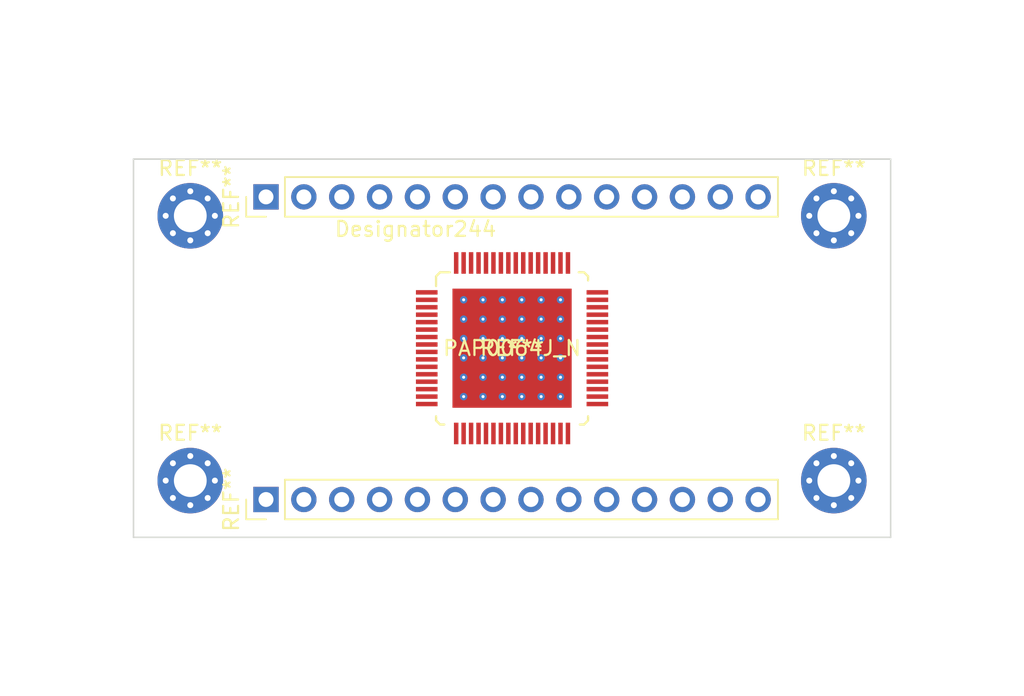
<source format=kicad_pcb>
(kicad_pcb (version 20171130) (host pcbnew "(5.1.5)-3")

  (general
    (thickness 1.6)
    (drawings 4)
    (tracks 0)
    (zones 0)
    (modules 7)
    (nets 1)
  )

  (page A4)
  (layers
    (0 F.Cu signal)
    (31 B.Cu signal)
    (32 B.Adhes user)
    (33 F.Adhes user)
    (34 B.Paste user)
    (35 F.Paste user)
    (36 B.SilkS user)
    (37 F.SilkS user)
    (38 B.Mask user)
    (39 F.Mask user)
    (40 Dwgs.User user)
    (41 Cmts.User user)
    (42 Eco1.User user)
    (43 Eco2.User user)
    (44 Edge.Cuts user)
    (45 Margin user)
    (46 B.CrtYd user)
    (47 F.CrtYd user)
    (48 B.Fab user)
    (49 F.Fab user)
  )

  (setup
    (last_trace_width 0.25)
    (trace_clearance 0.2)
    (zone_clearance 0.508)
    (zone_45_only no)
    (trace_min 0.2)
    (via_size 0.8)
    (via_drill 0.4)
    (via_min_size 0.4)
    (via_min_drill 0.3)
    (uvia_size 0.3)
    (uvia_drill 0.1)
    (uvias_allowed no)
    (uvia_min_size 0.2)
    (uvia_min_drill 0.1)
    (edge_width 0.05)
    (segment_width 0.2)
    (pcb_text_width 0.3)
    (pcb_text_size 1.5 1.5)
    (mod_edge_width 0.12)
    (mod_text_size 1 1)
    (mod_text_width 0.15)
    (pad_size 1.524 1.524)
    (pad_drill 0.762)
    (pad_to_mask_clearance 0.051)
    (solder_mask_min_width 0.25)
    (aux_axis_origin 0 0)
    (visible_elements FFFFFF7F)
    (pcbplotparams
      (layerselection 0x010fc_ffffffff)
      (usegerberextensions false)
      (usegerberattributes false)
      (usegerberadvancedattributes false)
      (creategerberjobfile false)
      (excludeedgelayer true)
      (linewidth 0.100000)
      (plotframeref false)
      (viasonmask false)
      (mode 1)
      (useauxorigin false)
      (hpglpennumber 1)
      (hpglpenspeed 20)
      (hpglpendiameter 15.000000)
      (psnegative false)
      (psa4output false)
      (plotreference true)
      (plotvalue true)
      (plotinvisibletext false)
      (padsonsilk false)
      (subtractmaskfromsilk false)
      (outputformat 1)
      (mirror false)
      (drillshape 1)
      (scaleselection 1)
      (outputdirectory ""))
  )

  (net 0 "")

  (net_class Default "This is the default net class."
    (clearance 0.2)
    (trace_width 0.25)
    (via_dia 0.8)
    (via_drill 0.4)
    (uvia_dia 0.3)
    (uvia_drill 0.1)
  )

  (module Connector_PinHeader_2.54mm:PinHeader_1x14_P2.54mm_Vertical (layer F.Cu) (tedit 59FED5CC) (tstamp 5F1EB8AB)
    (at 110.49 111.76 90)
    (descr "Through hole straight pin header, 1x14, 2.54mm pitch, single row")
    (tags "Through hole pin header THT 1x14 2.54mm single row")
    (fp_text reference REF** (at 0 -2.33 90) (layer F.SilkS)
      (effects (font (size 1 1) (thickness 0.15)))
    )
    (fp_text value PinHeader_1x14_P2.54mm_Vertical (at 0 35.35 90) (layer F.Fab)
      (effects (font (size 1 1) (thickness 0.15)))
    )
    (fp_line (start -0.635 -1.27) (end 1.27 -1.27) (layer F.Fab) (width 0.1))
    (fp_line (start 1.27 -1.27) (end 1.27 34.29) (layer F.Fab) (width 0.1))
    (fp_line (start 1.27 34.29) (end -1.27 34.29) (layer F.Fab) (width 0.1))
    (fp_line (start -1.27 34.29) (end -1.27 -0.635) (layer F.Fab) (width 0.1))
    (fp_line (start -1.27 -0.635) (end -0.635 -1.27) (layer F.Fab) (width 0.1))
    (fp_line (start -1.33 34.35) (end 1.33 34.35) (layer F.SilkS) (width 0.12))
    (fp_line (start -1.33 1.27) (end -1.33 34.35) (layer F.SilkS) (width 0.12))
    (fp_line (start 1.33 1.27) (end 1.33 34.35) (layer F.SilkS) (width 0.12))
    (fp_line (start -1.33 1.27) (end 1.33 1.27) (layer F.SilkS) (width 0.12))
    (fp_line (start -1.33 0) (end -1.33 -1.33) (layer F.SilkS) (width 0.12))
    (fp_line (start -1.33 -1.33) (end 0 -1.33) (layer F.SilkS) (width 0.12))
    (fp_line (start -1.8 -1.8) (end -1.8 34.8) (layer F.CrtYd) (width 0.05))
    (fp_line (start -1.8 34.8) (end 1.8 34.8) (layer F.CrtYd) (width 0.05))
    (fp_line (start 1.8 34.8) (end 1.8 -1.8) (layer F.CrtYd) (width 0.05))
    (fp_line (start 1.8 -1.8) (end -1.8 -1.8) (layer F.CrtYd) (width 0.05))
    (fp_text user %R (at 0 16.51) (layer F.Fab)
      (effects (font (size 1 1) (thickness 0.15)))
    )
    (pad 1 thru_hole rect (at 0 0 90) (size 1.7 1.7) (drill 1) (layers *.Cu *.Mask))
    (pad 2 thru_hole oval (at 0 2.54 90) (size 1.7 1.7) (drill 1) (layers *.Cu *.Mask))
    (pad 3 thru_hole oval (at 0 5.08 90) (size 1.7 1.7) (drill 1) (layers *.Cu *.Mask))
    (pad 4 thru_hole oval (at 0 7.62 90) (size 1.7 1.7) (drill 1) (layers *.Cu *.Mask))
    (pad 5 thru_hole oval (at 0 10.16 90) (size 1.7 1.7) (drill 1) (layers *.Cu *.Mask))
    (pad 6 thru_hole oval (at 0 12.7 90) (size 1.7 1.7) (drill 1) (layers *.Cu *.Mask))
    (pad 7 thru_hole oval (at 0 15.24 90) (size 1.7 1.7) (drill 1) (layers *.Cu *.Mask))
    (pad 8 thru_hole oval (at 0 17.78 90) (size 1.7 1.7) (drill 1) (layers *.Cu *.Mask))
    (pad 9 thru_hole oval (at 0 20.32 90) (size 1.7 1.7) (drill 1) (layers *.Cu *.Mask))
    (pad 10 thru_hole oval (at 0 22.86 90) (size 1.7 1.7) (drill 1) (layers *.Cu *.Mask))
    (pad 11 thru_hole oval (at 0 25.4 90) (size 1.7 1.7) (drill 1) (layers *.Cu *.Mask))
    (pad 12 thru_hole oval (at 0 27.94 90) (size 1.7 1.7) (drill 1) (layers *.Cu *.Mask))
    (pad 13 thru_hole oval (at 0 30.48 90) (size 1.7 1.7) (drill 1) (layers *.Cu *.Mask))
    (pad 14 thru_hole oval (at 0 33.02 90) (size 1.7 1.7) (drill 1) (layers *.Cu *.Mask))
    (model ${KISYS3DMOD}/Connector_PinHeader_2.54mm.3dshapes/PinHeader_1x14_P2.54mm_Vertical.wrl
      (at (xyz 0 0 0))
      (scale (xyz 1 1 1))
      (rotate (xyz 0 0 0))
    )
  )

  (module Connector_PinHeader_2.54mm:PinHeader_1x14_P2.54mm_Vertical (layer F.Cu) (tedit 59FED5CC) (tstamp 5F1EB888)
    (at 110.49 91.44 90)
    (descr "Through hole straight pin header, 1x14, 2.54mm pitch, single row")
    (tags "Through hole pin header THT 1x14 2.54mm single row")
    (fp_text reference REF** (at 0 -2.33 90) (layer F.SilkS)
      (effects (font (size 1 1) (thickness 0.15)))
    )
    (fp_text value PinHeader_1x14_P2.54mm_Vertical (at 0 35.35 90) (layer F.Fab)
      (effects (font (size 1 1) (thickness 0.15)))
    )
    (fp_text user %R (at 0 16.51) (layer F.Fab)
      (effects (font (size 1 1) (thickness 0.15)))
    )
    (fp_line (start 1.8 -1.8) (end -1.8 -1.8) (layer F.CrtYd) (width 0.05))
    (fp_line (start 1.8 34.8) (end 1.8 -1.8) (layer F.CrtYd) (width 0.05))
    (fp_line (start -1.8 34.8) (end 1.8 34.8) (layer F.CrtYd) (width 0.05))
    (fp_line (start -1.8 -1.8) (end -1.8 34.8) (layer F.CrtYd) (width 0.05))
    (fp_line (start -1.33 -1.33) (end 0 -1.33) (layer F.SilkS) (width 0.12))
    (fp_line (start -1.33 0) (end -1.33 -1.33) (layer F.SilkS) (width 0.12))
    (fp_line (start -1.33 1.27) (end 1.33 1.27) (layer F.SilkS) (width 0.12))
    (fp_line (start 1.33 1.27) (end 1.33 34.35) (layer F.SilkS) (width 0.12))
    (fp_line (start -1.33 1.27) (end -1.33 34.35) (layer F.SilkS) (width 0.12))
    (fp_line (start -1.33 34.35) (end 1.33 34.35) (layer F.SilkS) (width 0.12))
    (fp_line (start -1.27 -0.635) (end -0.635 -1.27) (layer F.Fab) (width 0.1))
    (fp_line (start -1.27 34.29) (end -1.27 -0.635) (layer F.Fab) (width 0.1))
    (fp_line (start 1.27 34.29) (end -1.27 34.29) (layer F.Fab) (width 0.1))
    (fp_line (start 1.27 -1.27) (end 1.27 34.29) (layer F.Fab) (width 0.1))
    (fp_line (start -0.635 -1.27) (end 1.27 -1.27) (layer F.Fab) (width 0.1))
    (pad 14 thru_hole oval (at 0 33.02 90) (size 1.7 1.7) (drill 1) (layers *.Cu *.Mask))
    (pad 13 thru_hole oval (at 0 30.48 90) (size 1.7 1.7) (drill 1) (layers *.Cu *.Mask))
    (pad 12 thru_hole oval (at 0 27.94 90) (size 1.7 1.7) (drill 1) (layers *.Cu *.Mask))
    (pad 11 thru_hole oval (at 0 25.4 90) (size 1.7 1.7) (drill 1) (layers *.Cu *.Mask))
    (pad 10 thru_hole oval (at 0 22.86 90) (size 1.7 1.7) (drill 1) (layers *.Cu *.Mask))
    (pad 9 thru_hole oval (at 0 20.32 90) (size 1.7 1.7) (drill 1) (layers *.Cu *.Mask))
    (pad 8 thru_hole oval (at 0 17.78 90) (size 1.7 1.7) (drill 1) (layers *.Cu *.Mask))
    (pad 7 thru_hole oval (at 0 15.24 90) (size 1.7 1.7) (drill 1) (layers *.Cu *.Mask))
    (pad 6 thru_hole oval (at 0 12.7 90) (size 1.7 1.7) (drill 1) (layers *.Cu *.Mask))
    (pad 5 thru_hole oval (at 0 10.16 90) (size 1.7 1.7) (drill 1) (layers *.Cu *.Mask))
    (pad 4 thru_hole oval (at 0 7.62 90) (size 1.7 1.7) (drill 1) (layers *.Cu *.Mask))
    (pad 3 thru_hole oval (at 0 5.08 90) (size 1.7 1.7) (drill 1) (layers *.Cu *.Mask))
    (pad 2 thru_hole oval (at 0 2.54 90) (size 1.7 1.7) (drill 1) (layers *.Cu *.Mask))
    (pad 1 thru_hole rect (at 0 0 90) (size 1.7 1.7) (drill 1) (layers *.Cu *.Mask))
    (model ${KISYS3DMOD}/Connector_PinHeader_2.54mm.3dshapes/PinHeader_1x14_P2.54mm_Vertical.wrl
      (at (xyz 0 0 0))
      (scale (xyz 1 1 1))
      (rotate (xyz 0 0 0))
    )
  )

  (module MountingHole:MountingHole_2.2mm_M2_Pad_Via (layer F.Cu) (tedit 56DDB9C7) (tstamp 5F1EB636)
    (at 105.41 92.71)
    (descr "Mounting Hole 2.2mm, M2")
    (tags "mounting hole 2.2mm m2")
    (attr virtual)
    (fp_text reference REF** (at 0 -3.2) (layer F.SilkS)
      (effects (font (size 1 1) (thickness 0.15)))
    )
    (fp_text value MountingHole_2.2mm_M2_Pad_Via (at 0 3.2) (layer F.Fab)
      (effects (font (size 1 1) (thickness 0.15)))
    )
    (fp_text user %R (at 0.3 0) (layer F.Fab)
      (effects (font (size 1 1) (thickness 0.15)))
    )
    (fp_circle (center 0 0) (end 2.2 0) (layer Cmts.User) (width 0.15))
    (fp_circle (center 0 0) (end 2.45 0) (layer F.CrtYd) (width 0.05))
    (pad 1 thru_hole circle (at 0 0) (size 4.4 4.4) (drill 2.2) (layers *.Cu *.Mask))
    (pad 1 thru_hole circle (at 1.65 0) (size 0.7 0.7) (drill 0.4) (layers *.Cu *.Mask))
    (pad 1 thru_hole circle (at 1.166726 1.166726) (size 0.7 0.7) (drill 0.4) (layers *.Cu *.Mask))
    (pad 1 thru_hole circle (at 0 1.65) (size 0.7 0.7) (drill 0.4) (layers *.Cu *.Mask))
    (pad 1 thru_hole circle (at -1.166726 1.166726) (size 0.7 0.7) (drill 0.4) (layers *.Cu *.Mask))
    (pad 1 thru_hole circle (at -1.65 0) (size 0.7 0.7) (drill 0.4) (layers *.Cu *.Mask))
    (pad 1 thru_hole circle (at -1.166726 -1.166726) (size 0.7 0.7) (drill 0.4) (layers *.Cu *.Mask))
    (pad 1 thru_hole circle (at 0 -1.65) (size 0.7 0.7) (drill 0.4) (layers *.Cu *.Mask))
    (pad 1 thru_hole circle (at 1.166726 -1.166726) (size 0.7 0.7) (drill 0.4) (layers *.Cu *.Mask))
  )

  (module MountingHole:MountingHole_2.2mm_M2_Pad_Via (layer F.Cu) (tedit 56DDB9C7) (tstamp 5F1EB636)
    (at 105.41 110.49)
    (descr "Mounting Hole 2.2mm, M2")
    (tags "mounting hole 2.2mm m2")
    (attr virtual)
    (fp_text reference REF** (at 0 -3.2) (layer F.SilkS)
      (effects (font (size 1 1) (thickness 0.15)))
    )
    (fp_text value MountingHole_2.2mm_M2_Pad_Via (at 0 3.2) (layer F.Fab)
      (effects (font (size 1 1) (thickness 0.15)))
    )
    (fp_text user %R (at 0.3 0) (layer F.Fab)
      (effects (font (size 1 1) (thickness 0.15)))
    )
    (fp_circle (center 0 0) (end 2.2 0) (layer Cmts.User) (width 0.15))
    (fp_circle (center 0 0) (end 2.45 0) (layer F.CrtYd) (width 0.05))
    (pad 1 thru_hole circle (at 0 0) (size 4.4 4.4) (drill 2.2) (layers *.Cu *.Mask))
    (pad 1 thru_hole circle (at 1.65 0) (size 0.7 0.7) (drill 0.4) (layers *.Cu *.Mask))
    (pad 1 thru_hole circle (at 1.166726 1.166726) (size 0.7 0.7) (drill 0.4) (layers *.Cu *.Mask))
    (pad 1 thru_hole circle (at 0 1.65) (size 0.7 0.7) (drill 0.4) (layers *.Cu *.Mask))
    (pad 1 thru_hole circle (at -1.166726 1.166726) (size 0.7 0.7) (drill 0.4) (layers *.Cu *.Mask))
    (pad 1 thru_hole circle (at -1.65 0) (size 0.7 0.7) (drill 0.4) (layers *.Cu *.Mask))
    (pad 1 thru_hole circle (at -1.166726 -1.166726) (size 0.7 0.7) (drill 0.4) (layers *.Cu *.Mask))
    (pad 1 thru_hole circle (at 0 -1.65) (size 0.7 0.7) (drill 0.4) (layers *.Cu *.Mask))
    (pad 1 thru_hole circle (at 1.166726 -1.166726) (size 0.7 0.7) (drill 0.4) (layers *.Cu *.Mask))
  )

  (module MountingHole:MountingHole_2.2mm_M2_Pad_Via (layer F.Cu) (tedit 56DDB9C7) (tstamp 5F1EB636)
    (at 148.59 110.49)
    (descr "Mounting Hole 2.2mm, M2")
    (tags "mounting hole 2.2mm m2")
    (attr virtual)
    (fp_text reference REF** (at 0 -3.2) (layer F.SilkS)
      (effects (font (size 1 1) (thickness 0.15)))
    )
    (fp_text value MountingHole_2.2mm_M2_Pad_Via (at 0 3.2) (layer F.Fab)
      (effects (font (size 1 1) (thickness 0.15)))
    )
    (fp_text user %R (at 0.3 0) (layer F.Fab)
      (effects (font (size 1 1) (thickness 0.15)))
    )
    (fp_circle (center 0 0) (end 2.2 0) (layer Cmts.User) (width 0.15))
    (fp_circle (center 0 0) (end 2.45 0) (layer F.CrtYd) (width 0.05))
    (pad 1 thru_hole circle (at 0 0) (size 4.4 4.4) (drill 2.2) (layers *.Cu *.Mask))
    (pad 1 thru_hole circle (at 1.65 0) (size 0.7 0.7) (drill 0.4) (layers *.Cu *.Mask))
    (pad 1 thru_hole circle (at 1.166726 1.166726) (size 0.7 0.7) (drill 0.4) (layers *.Cu *.Mask))
    (pad 1 thru_hole circle (at 0 1.65) (size 0.7 0.7) (drill 0.4) (layers *.Cu *.Mask))
    (pad 1 thru_hole circle (at -1.166726 1.166726) (size 0.7 0.7) (drill 0.4) (layers *.Cu *.Mask))
    (pad 1 thru_hole circle (at -1.65 0) (size 0.7 0.7) (drill 0.4) (layers *.Cu *.Mask))
    (pad 1 thru_hole circle (at -1.166726 -1.166726) (size 0.7 0.7) (drill 0.4) (layers *.Cu *.Mask))
    (pad 1 thru_hole circle (at 0 -1.65) (size 0.7 0.7) (drill 0.4) (layers *.Cu *.Mask))
    (pad 1 thru_hole circle (at 1.166726 -1.166726) (size 0.7 0.7) (drill 0.4) (layers *.Cu *.Mask))
  )

  (module MountingHole:MountingHole_2.2mm_M2_Pad_Via (layer F.Cu) (tedit 56DDB9C7) (tstamp 5F1EB58A)
    (at 148.59 92.71)
    (descr "Mounting Hole 2.2mm, M2")
    (tags "mounting hole 2.2mm m2")
    (attr virtual)
    (fp_text reference REF** (at 0 -3.2) (layer F.SilkS)
      (effects (font (size 1 1) (thickness 0.15)))
    )
    (fp_text value MountingHole_2.2mm_M2_Pad_Via (at 0 3.2) (layer F.Fab)
      (effects (font (size 1 1) (thickness 0.15)))
    )
    (fp_circle (center 0 0) (end 2.45 0) (layer F.CrtYd) (width 0.05))
    (fp_circle (center 0 0) (end 2.2 0) (layer Cmts.User) (width 0.15))
    (fp_text user %R (at 0.3 0) (layer F.Fab)
      (effects (font (size 1 1) (thickness 0.15)))
    )
    (pad 1 thru_hole circle (at 1.166726 -1.166726) (size 0.7 0.7) (drill 0.4) (layers *.Cu *.Mask))
    (pad 1 thru_hole circle (at 0 -1.65) (size 0.7 0.7) (drill 0.4) (layers *.Cu *.Mask))
    (pad 1 thru_hole circle (at -1.166726 -1.166726) (size 0.7 0.7) (drill 0.4) (layers *.Cu *.Mask))
    (pad 1 thru_hole circle (at -1.65 0) (size 0.7 0.7) (drill 0.4) (layers *.Cu *.Mask))
    (pad 1 thru_hole circle (at -1.166726 1.166726) (size 0.7 0.7) (drill 0.4) (layers *.Cu *.Mask))
    (pad 1 thru_hole circle (at 0 1.65) (size 0.7 0.7) (drill 0.4) (layers *.Cu *.Mask))
    (pad 1 thru_hole circle (at 1.166726 1.166726) (size 0.7 0.7) (drill 0.4) (layers *.Cu *.Mask))
    (pad 1 thru_hole circle (at 1.65 0) (size 0.7 0.7) (drill 0.4) (layers *.Cu *.Mask))
    (pad 1 thru_hole circle (at 0 0) (size 4.4 4.4) (drill 2.2) (layers *.Cu *.Mask))
  )

  (module footprints:PCM3168APAP (layer F.Cu) (tedit 0) (tstamp 5F1E9D91)
    (at 127 101.6)
    (fp_text reference REF** (at 0 0) (layer F.SilkS)
      (effects (font (size 1 1) (thickness 0.15)))
    )
    (fp_text value PAP0064J_N (at 0 0) (layer F.SilkS)
      (effects (font (size 1 1) (thickness 0.15)))
    )
    (fp_arc (start -4.447377 4.883015) (end -4.447377 5.010003) (angle 44.5061) (layer F.Fab) (width 0.1524))
    (fp_arc (start 4.873008 4.457426) (end 4.873008 4.584423) (angle 44.481998) (layer F.Fab) (width 0.1524))
    (fp_arc (start -3.999979 -3.989992) (end -3.999979 -4.239992) (angle 180) (layer F.Fab) (width 0.1524))
    (fp_arc (start -4.44741 -4.863003) (end -4.44741 -4.989977) (angle 44.5061) (layer F.Fab) (width 0.1524))
    (fp_arc (start -4.873003 4.457436) (end -4.873003 4.58441) (angle 44.5061) (layer F.Fab) (width 0.1524))
    (fp_arc (start 4.447426 4.883008) (end 4.447426 5.010005) (angle 44.481998) (layer F.Fab) (width 0.1524))
    (fp_arc (start -3.999979 -3.989992) (end -3.999979 4.239992) (angle 180) (layer F.Fab) (width 0.1524))
    (fp_arc (start -4.873003 -4.43741) (end -4.873003 -4.564385) (angle 44.5061) (layer F.Fab) (width 0.1524))
    (fp_arc (start 4.447426 -4.862982) (end 4.447426 -4.98998) (angle 44.481998) (layer F.Fab) (width 0.1524))
    (fp_arc (start 4.873008 -4.4374) (end 4.873008 -4.564398) (angle 44.481998) (layer F.Fab) (width 0.1524))
    (fp_line (start -3.499328 3.601829) (end -3.500001 3.594999) (layer F.Paste) (width 0.1524))
    (fp_line (start -3.497336 3.608395) (end -3.499328 3.601829) (layer F.Paste) (width 0.1524))
    (fp_line (start -3.494103 3.614445) (end -3.497336 3.608395) (layer F.Paste) (width 0.1524))
    (fp_line (start -3.489749 3.619749) (end -3.494103 3.614445) (layer F.Paste) (width 0.1524))
    (fp_line (start -3.484446 3.624102) (end -3.489749 3.619749) (layer F.Paste) (width 0.1524))
    (fp_line (start -3.478395 3.627336) (end -3.484446 3.624102) (layer F.Paste) (width 0.1524))
    (fp_line (start -3.471829 3.629327) (end -3.478395 3.627336) (layer F.Paste) (width 0.1524))
    (fp_line (start -3.464999 3.63) (end -3.471829 3.629327) (layer F.Paste) (width 0.1524))
    (fp_line (start 3.464999 3.63) (end -3.464999 3.63) (layer F.Paste) (width 0.1524))
    (fp_line (start 3.471829 3.629327) (end 3.464999 3.63) (layer F.Paste) (width 0.1524))
    (fp_line (start 3.478395 3.627336) (end 3.471829 3.629327) (layer F.Paste) (width 0.1524))
    (fp_line (start 3.484446 3.624102) (end 3.478395 3.627336) (layer F.Paste) (width 0.1524))
    (fp_line (start 3.489749 3.619749) (end 3.484446 3.624102) (layer F.Paste) (width 0.1524))
    (fp_line (start 3.494103 3.614445) (end 3.489749 3.619749) (layer F.Paste) (width 0.1524))
    (fp_line (start 3.497336 3.608395) (end 3.494103 3.614445) (layer F.Paste) (width 0.1524))
    (fp_line (start 3.499328 3.601829) (end 3.497336 3.608395) (layer F.Paste) (width 0.1524))
    (fp_line (start 3.500001 3.594999) (end 3.499328 3.601829) (layer F.Paste) (width 0.1524))
    (fp_line (start 3.500001 -3.594999) (end 3.500001 3.594999) (layer F.Paste) (width 0.1524))
    (fp_line (start 3.499328 -3.601829) (end 3.500001 -3.594999) (layer F.Paste) (width 0.1524))
    (fp_line (start 3.497336 -3.608395) (end 3.499328 -3.601829) (layer F.Paste) (width 0.1524))
    (fp_line (start 3.494103 -3.614445) (end 3.497336 -3.608395) (layer F.Paste) (width 0.1524))
    (fp_line (start 3.489749 -3.619749) (end 3.494103 -3.614445) (layer F.Paste) (width 0.1524))
    (fp_line (start 3.484446 -3.624102) (end 3.489749 -3.619749) (layer F.Paste) (width 0.1524))
    (fp_line (start 3.478395 -3.627336) (end 3.484446 -3.624102) (layer F.Paste) (width 0.1524))
    (fp_line (start 3.471829 -3.629327) (end 3.478395 -3.627336) (layer F.Paste) (width 0.1524))
    (fp_line (start 3.464999 -3.63) (end 3.471829 -3.629327) (layer F.Paste) (width 0.1524))
    (fp_line (start -3.464999 -3.63) (end 3.464999 -3.63) (layer F.Paste) (width 0.1524))
    (fp_line (start -3.471829 -3.629327) (end -3.464999 -3.63) (layer F.Paste) (width 0.1524))
    (fp_line (start -3.478395 -3.627336) (end -3.471829 -3.629327) (layer F.Paste) (width 0.1524))
    (fp_line (start -3.484446 -3.624102) (end -3.478395 -3.627336) (layer F.Paste) (width 0.1524))
    (fp_line (start -3.489749 -3.619749) (end -3.484446 -3.624102) (layer F.Paste) (width 0.1524))
    (fp_line (start -3.494103 -3.614445) (end -3.489749 -3.619749) (layer F.Paste) (width 0.1524))
    (fp_line (start -3.497336 -3.608395) (end -3.494103 -3.614445) (layer F.Paste) (width 0.1524))
    (fp_line (start -3.499328 -3.601829) (end -3.497336 -3.608395) (layer F.Paste) (width 0.1524))
    (fp_line (start -3.500001 -3.594999) (end -3.499328 -3.601829) (layer F.Paste) (width 0.1524))
    (fp_line (start -3.500001 3.594999) (end -3.500001 -3.594999) (layer F.Paste) (width 0.1524))
    (fp_line (start -3.499328 3.601829) (end -3.500001 3.594999) (layer F.Mask) (width 0.1524))
    (fp_line (start -3.497336 3.608395) (end -3.499328 3.601829) (layer F.Mask) (width 0.1524))
    (fp_line (start -3.494103 3.614445) (end -3.497336 3.608395) (layer F.Mask) (width 0.1524))
    (fp_line (start -3.489749 3.619749) (end -3.494103 3.614445) (layer F.Mask) (width 0.1524))
    (fp_line (start -3.484446 3.624102) (end -3.489749 3.619749) (layer F.Mask) (width 0.1524))
    (fp_line (start -3.478395 3.627336) (end -3.484446 3.624102) (layer F.Mask) (width 0.1524))
    (fp_line (start -3.471829 3.629327) (end -3.478395 3.627336) (layer F.Mask) (width 0.1524))
    (fp_line (start -3.464999 3.63) (end -3.471829 3.629327) (layer F.Mask) (width 0.1524))
    (fp_line (start 3.464999 3.63) (end -3.464999 3.63) (layer F.Mask) (width 0.1524))
    (fp_line (start 3.471829 3.629327) (end 3.464999 3.63) (layer F.Mask) (width 0.1524))
    (fp_line (start 3.478395 3.627336) (end 3.471829 3.629327) (layer F.Mask) (width 0.1524))
    (fp_line (start 3.484446 3.624102) (end 3.478395 3.627336) (layer F.Mask) (width 0.1524))
    (fp_line (start 3.489749 3.619749) (end 3.484446 3.624102) (layer F.Mask) (width 0.1524))
    (fp_line (start 3.494103 3.614445) (end 3.489749 3.619749) (layer F.Mask) (width 0.1524))
    (fp_line (start 3.497336 3.608395) (end 3.494103 3.614445) (layer F.Mask) (width 0.1524))
    (fp_line (start 3.499328 3.601829) (end 3.497336 3.608395) (layer F.Mask) (width 0.1524))
    (fp_line (start 3.500001 3.594999) (end 3.499328 3.601829) (layer F.Mask) (width 0.1524))
    (fp_line (start 3.500001 -3.594999) (end 3.500001 3.594999) (layer F.Mask) (width 0.1524))
    (fp_line (start 3.499328 -3.601829) (end 3.500001 -3.594999) (layer F.Mask) (width 0.1524))
    (fp_line (start 3.497336 -3.608395) (end 3.499328 -3.601829) (layer F.Mask) (width 0.1524))
    (fp_line (start 3.494103 -3.614445) (end 3.497336 -3.608395) (layer F.Mask) (width 0.1524))
    (fp_line (start 3.489749 -3.619749) (end 3.494103 -3.614445) (layer F.Mask) (width 0.1524))
    (fp_line (start 3.484446 -3.624102) (end 3.489749 -3.619749) (layer F.Mask) (width 0.1524))
    (fp_line (start 3.478395 -3.627336) (end 3.484446 -3.624102) (layer F.Mask) (width 0.1524))
    (fp_line (start 3.471829 -3.629327) (end 3.478395 -3.627336) (layer F.Mask) (width 0.1524))
    (fp_line (start 3.464999 -3.63) (end 3.471829 -3.629327) (layer F.Mask) (width 0.1524))
    (fp_line (start -3.464999 -3.63) (end 3.464999 -3.63) (layer F.Mask) (width 0.1524))
    (fp_line (start -3.471829 -3.629327) (end -3.464999 -3.63) (layer F.Mask) (width 0.1524))
    (fp_line (start -3.478395 -3.627336) (end -3.471829 -3.629327) (layer F.Mask) (width 0.1524))
    (fp_line (start -3.484446 -3.624102) (end -3.478395 -3.627336) (layer F.Mask) (width 0.1524))
    (fp_line (start -3.489749 -3.619749) (end -3.484446 -3.624102) (layer F.Mask) (width 0.1524))
    (fp_line (start -3.494103 -3.614445) (end -3.489749 -3.619749) (layer F.Mask) (width 0.1524))
    (fp_line (start -3.497336 -3.608395) (end -3.494103 -3.614445) (layer F.Mask) (width 0.1524))
    (fp_line (start -3.499328 -3.601829) (end -3.497336 -3.608395) (layer F.Mask) (width 0.1524))
    (fp_line (start -3.500001 -3.594999) (end -3.499328 -3.601829) (layer F.Mask) (width 0.1524))
    (fp_line (start -3.500001 3.594999) (end -3.500001 -3.594999) (layer F.Mask) (width 0.1524))
    (fp_line (start -4.447959 -4.989977) (end 4.447984 -4.989977) (layer F.Fab) (width 0.1524))
    (fp_line (start 5.000003 4.457984) (end 5.000003 -4.437959) (layer F.Fab) (width 0.1524))
    (fp_line (start -4.963173 -4.526808) (end -4.536808 -4.953173) (layer F.Fab) (width 0.1524))
    (fp_line (start -4.447959 5.010003) (end 4.447984 5.010003) (layer F.Fab) (width 0.1524))
    (fp_line (start 4.536808 4.973223) (end 4.963224 4.546808) (layer F.Fab) (width 0.1524))
    (fp_line (start -4.999977 4.457984) (end -4.999977 -4.437959) (layer F.Fab) (width 0.1524))
    (fp_line (start 4.536808 -4.953198) (end 4.963224 -4.526783) (layer F.Fab) (width 0.1524))
    (fp_line (start -4.963173 4.546834) (end -4.536808 4.973173) (layer F.Fab) (width 0.1524))
    (fp_line (start 3.86 -5.308976) (end 3.86 -5.493278) (layer F.Fab) (width 0.1524))
    (fp_line (start 3.86 -5.520025) (end 3.86 -5.599704) (layer F.Fab) (width 0.1524))
    (fp_line (start 3.64001 -4.990003) (end 3.64001 -5.308976) (layer F.Fab) (width 0.1524))
    (fp_line (start 3.64001 -4.990003) (end 3.86 -4.990003) (layer F.Fab) (width 0.1524))
    (fp_line (start 3.64001 -5.493278) (end 3.64001 -5.520025) (layer F.Fab) (width 0.1524))
    (fp_line (start 3.86 -5.599704) (end 3.86 -5.990001) (layer F.Fab) (width 0.1524))
    (fp_line (start 3.64001 -5.308976) (end 3.64001 -5.493278) (layer F.Fab) (width 0.1524))
    (fp_line (start 3.64001 -5.599704) (end 3.64001 -5.990001) (layer F.Fab) (width 0.1524))
    (fp_line (start 3.64001 -5.990001) (end 3.86 -5.990001) (layer F.Fab) (width 0.1524))
    (fp_line (start 3.86 -5.493278) (end 3.86 -5.520025) (layer F.Fab) (width 0.1524))
    (fp_line (start 3.64001 -5.520025) (end 3.64001 -5.599704) (layer F.Fab) (width 0.1524))
    (fp_line (start 3.86 -4.990003) (end 3.86 -5.308976) (layer F.Fab) (width 0.1524))
    (fp_line (start 3.360001 -5.308976) (end 3.360001 -5.493278) (layer F.Fab) (width 0.1524))
    (fp_line (start 3.360001 -5.520025) (end 3.360001 -5.599704) (layer F.Fab) (width 0.1524))
    (fp_line (start 3.140012 -4.990003) (end 3.140012 -5.308976) (layer F.Fab) (width 0.1524))
    (fp_line (start 3.140012 -4.990003) (end 3.360001 -4.990003) (layer F.Fab) (width 0.1524))
    (fp_line (start 3.140012 -5.493278) (end 3.140012 -5.520025) (layer F.Fab) (width 0.1524))
    (fp_line (start 3.360001 -5.599704) (end 3.360001 -5.990001) (layer F.Fab) (width 0.1524))
    (fp_line (start 3.140012 -5.308976) (end 3.140012 -5.493278) (layer F.Fab) (width 0.1524))
    (fp_line (start 3.140012 -5.599704) (end 3.140012 -5.990001) (layer F.Fab) (width 0.1524))
    (fp_line (start 3.140012 -5.990001) (end 3.360001 -5.990001) (layer F.Fab) (width 0.1524))
    (fp_line (start 3.360001 -5.493278) (end 3.360001 -5.520025) (layer F.Fab) (width 0.1524))
    (fp_line (start 3.140012 -5.520025) (end 3.140012 -5.599704) (layer F.Fab) (width 0.1524))
    (fp_line (start 3.360001 -4.990003) (end 3.360001 -5.308976) (layer F.Fab) (width 0.1524))
    (fp_line (start 2.860002 -5.308976) (end 2.860002 -5.493278) (layer F.Fab) (width 0.1524))
    (fp_line (start 2.860002 -5.520025) (end 2.860002 -5.599704) (layer F.Fab) (width 0.1524))
    (fp_line (start 2.640012 -4.990003) (end 2.640012 -5.308976) (layer F.Fab) (width 0.1524))
    (fp_line (start 2.640012 -4.990003) (end 2.860002 -4.990003) (layer F.Fab) (width 0.1524))
    (fp_line (start 2.640012 -5.493278) (end 2.640012 -5.520025) (layer F.Fab) (width 0.1524))
    (fp_line (start 2.860002 -5.599704) (end 2.860002 -5.990001) (layer F.Fab) (width 0.1524))
    (fp_line (start 2.640012 -5.308976) (end 2.640012 -5.493278) (layer F.Fab) (width 0.1524))
    (fp_line (start 2.640012 -5.599704) (end 2.640012 -5.990001) (layer F.Fab) (width 0.1524))
    (fp_line (start 2.640012 -5.990001) (end 2.860002 -5.990001) (layer F.Fab) (width 0.1524))
    (fp_line (start 2.860002 -5.493278) (end 2.860002 -5.520025) (layer F.Fab) (width 0.1524))
    (fp_line (start 2.640012 -5.520025) (end 2.640012 -5.599704) (layer F.Fab) (width 0.1524))
    (fp_line (start 2.860002 -4.990003) (end 2.860002 -5.308976) (layer F.Fab) (width 0.1524))
    (fp_line (start 2.360003 -5.308976) (end 2.360003 -5.493278) (layer F.Fab) (width 0.1524))
    (fp_line (start 2.360003 -5.520025) (end 2.360003 -5.599704) (layer F.Fab) (width 0.1524))
    (fp_line (start 2.140014 -4.990003) (end 2.140014 -5.308976) (layer F.Fab) (width 0.1524))
    (fp_line (start 2.140014 -4.990003) (end 2.360003 -4.990003) (layer F.Fab) (width 0.1524))
    (fp_line (start 2.140014 -5.493278) (end 2.140014 -5.520025) (layer F.Fab) (width 0.1524))
    (fp_line (start 2.360003 -5.599704) (end 2.360003 -5.990001) (layer F.Fab) (width 0.1524))
    (fp_line (start 2.140014 -5.308976) (end 2.140014 -5.493278) (layer F.Fab) (width 0.1524))
    (fp_line (start 2.140014 -5.599704) (end 2.140014 -5.990001) (layer F.Fab) (width 0.1524))
    (fp_line (start 2.140014 -5.990001) (end 2.360003 -5.990001) (layer F.Fab) (width 0.1524))
    (fp_line (start 2.360003 -5.493278) (end 2.360003 -5.520025) (layer F.Fab) (width 0.1524))
    (fp_line (start 2.140014 -5.520025) (end 2.140014 -5.599704) (layer F.Fab) (width 0.1524))
    (fp_line (start 2.360003 -4.990003) (end 2.360003 -5.308976) (layer F.Fab) (width 0.1524))
    (fp_line (start 1.860004 -5.308976) (end 1.860004 -5.493278) (layer F.Fab) (width 0.1524))
    (fp_line (start 1.860004 -5.520025) (end 1.860004 -5.599704) (layer F.Fab) (width 0.1524))
    (fp_line (start 1.640014 -4.990003) (end 1.640014 -5.308976) (layer F.Fab) (width 0.1524))
    (fp_line (start 1.640014 -4.990003) (end 1.860004 -4.990003) (layer F.Fab) (width 0.1524))
    (fp_line (start 1.640014 -5.493278) (end 1.640014 -5.520025) (layer F.Fab) (width 0.1524))
    (fp_line (start 1.860004 -5.599704) (end 1.860004 -5.990001) (layer F.Fab) (width 0.1524))
    (fp_line (start 1.640014 -5.308976) (end 1.640014 -5.493278) (layer F.Fab) (width 0.1524))
    (fp_line (start 1.640014 -5.599704) (end 1.640014 -5.990001) (layer F.Fab) (width 0.1524))
    (fp_line (start 1.640014 -5.990001) (end 1.860004 -5.990001) (layer F.Fab) (width 0.1524))
    (fp_line (start 1.860004 -5.493278) (end 1.860004 -5.520025) (layer F.Fab) (width 0.1524))
    (fp_line (start 1.640014 -5.520025) (end 1.640014 -5.599704) (layer F.Fab) (width 0.1524))
    (fp_line (start 1.860004 -4.990003) (end 1.860004 -5.308976) (layer F.Fab) (width 0.1524))
    (fp_line (start 1.360005 -5.308976) (end 1.360005 -5.493278) (layer F.Fab) (width 0.1524))
    (fp_line (start 1.360005 -5.520025) (end 1.360005 -5.599704) (layer F.Fab) (width 0.1524))
    (fp_line (start 1.140016 -4.990003) (end 1.140016 -5.308976) (layer F.Fab) (width 0.1524))
    (fp_line (start 1.140016 -4.990003) (end 1.360005 -4.990003) (layer F.Fab) (width 0.1524))
    (fp_line (start 1.140016 -5.493278) (end 1.140016 -5.520025) (layer F.Fab) (width 0.1524))
    (fp_line (start 1.360005 -5.599704) (end 1.360005 -5.990001) (layer F.Fab) (width 0.1524))
    (fp_line (start 1.140016 -5.308976) (end 1.140016 -5.493278) (layer F.Fab) (width 0.1524))
    (fp_line (start 1.140016 -5.599704) (end 1.140016 -5.990001) (layer F.Fab) (width 0.1524))
    (fp_line (start 1.140016 -5.990001) (end 1.360005 -5.990001) (layer F.Fab) (width 0.1524))
    (fp_line (start 1.360005 -5.493278) (end 1.360005 -5.520025) (layer F.Fab) (width 0.1524))
    (fp_line (start 1.140016 -5.520025) (end 1.140016 -5.599704) (layer F.Fab) (width 0.1524))
    (fp_line (start 1.360005 -4.990003) (end 1.360005 -5.308976) (layer F.Fab) (width 0.1524))
    (fp_line (start 0.860006 -5.308976) (end 0.860006 -5.493278) (layer F.Fab) (width 0.1524))
    (fp_line (start 0.860006 -5.520025) (end 0.860006 -5.599704) (layer F.Fab) (width 0.1524))
    (fp_line (start 0.640016 -4.990003) (end 0.640016 -5.308976) (layer F.Fab) (width 0.1524))
    (fp_line (start 0.640016 -4.990003) (end 0.860006 -4.990003) (layer F.Fab) (width 0.1524))
    (fp_line (start 0.640016 -5.493278) (end 0.640016 -5.520025) (layer F.Fab) (width 0.1524))
    (fp_line (start 0.860006 -5.599704) (end 0.860006 -5.990001) (layer F.Fab) (width 0.1524))
    (fp_line (start 0.640016 -5.308976) (end 0.640016 -5.493278) (layer F.Fab) (width 0.1524))
    (fp_line (start 0.640016 -5.599704) (end 0.640016 -5.990001) (layer F.Fab) (width 0.1524))
    (fp_line (start 0.640016 -5.990001) (end 0.860006 -5.990001) (layer F.Fab) (width 0.1524))
    (fp_line (start 0.860006 -5.493278) (end 0.860006 -5.520025) (layer F.Fab) (width 0.1524))
    (fp_line (start 0.640016 -5.520025) (end 0.640016 -5.599704) (layer F.Fab) (width 0.1524))
    (fp_line (start 0.860006 -4.990003) (end 0.860006 -5.308976) (layer F.Fab) (width 0.1524))
    (fp_line (start 0.360007 -5.308976) (end 0.360007 -5.493278) (layer F.Fab) (width 0.1524))
    (fp_line (start 0.360007 -5.520025) (end 0.360007 -5.599704) (layer F.Fab) (width 0.1524))
    (fp_line (start 0.140018 -4.990003) (end 0.140018 -5.308976) (layer F.Fab) (width 0.1524))
    (fp_line (start 0.140018 -4.990003) (end 0.360007 -4.990003) (layer F.Fab) (width 0.1524))
    (fp_line (start 0.140018 -5.493278) (end 0.140018 -5.520025) (layer F.Fab) (width 0.1524))
    (fp_line (start 0.360007 -5.599704) (end 0.360007 -5.990001) (layer F.Fab) (width 0.1524))
    (fp_line (start 0.140018 -5.308976) (end 0.140018 -5.493278) (layer F.Fab) (width 0.1524))
    (fp_line (start 0.140018 -5.599704) (end 0.140018 -5.990001) (layer F.Fab) (width 0.1524))
    (fp_line (start 0.140018 -5.990001) (end 0.360007 -5.990001) (layer F.Fab) (width 0.1524))
    (fp_line (start 0.360007 -5.493278) (end 0.360007 -5.520025) (layer F.Fab) (width 0.1524))
    (fp_line (start 0.140018 -5.520025) (end 0.140018 -5.599704) (layer F.Fab) (width 0.1524))
    (fp_line (start 0.360007 -4.990003) (end 0.360007 -5.308976) (layer F.Fab) (width 0.1524))
    (fp_line (start -0.139992 -5.308976) (end -0.139992 -5.493278) (layer F.Fab) (width 0.1524))
    (fp_line (start -0.139992 -5.520025) (end -0.139992 -5.599704) (layer F.Fab) (width 0.1524))
    (fp_line (start -0.359981 -4.990003) (end -0.359981 -5.308976) (layer F.Fab) (width 0.1524))
    (fp_line (start -0.359981 -4.990003) (end -0.139992 -4.990003) (layer F.Fab) (width 0.1524))
    (fp_line (start -0.359981 -5.493278) (end -0.359981 -5.520025) (layer F.Fab) (width 0.1524))
    (fp_line (start -0.139992 -5.599704) (end -0.139992 -5.990001) (layer F.Fab) (width 0.1524))
    (fp_line (start -0.359981 -5.308976) (end -0.359981 -5.493278) (layer F.Fab) (width 0.1524))
    (fp_line (start -0.359981 -5.599704) (end -0.359981 -5.990001) (layer F.Fab) (width 0.1524))
    (fp_line (start -0.359981 -5.990001) (end -0.139992 -5.990001) (layer F.Fab) (width 0.1524))
    (fp_line (start -0.139992 -5.493278) (end -0.139992 -5.520025) (layer F.Fab) (width 0.1524))
    (fp_line (start -0.359981 -5.520025) (end -0.359981 -5.599704) (layer F.Fab) (width 0.1524))
    (fp_line (start -0.139992 -4.990003) (end -0.139992 -5.308976) (layer F.Fab) (width 0.1524))
    (fp_line (start -0.639991 -5.308976) (end -0.639991 -5.493278) (layer F.Fab) (width 0.1524))
    (fp_line (start -0.639991 -5.520025) (end -0.639991 -5.599704) (layer F.Fab) (width 0.1524))
    (fp_line (start -0.85998 -4.990003) (end -0.85998 -5.308976) (layer F.Fab) (width 0.1524))
    (fp_line (start -0.85998 -4.990003) (end -0.639991 -4.990003) (layer F.Fab) (width 0.1524))
    (fp_line (start -0.85998 -5.493278) (end -0.85998 -5.520025) (layer F.Fab) (width 0.1524))
    (fp_line (start -0.639991 -5.599704) (end -0.639991 -5.990001) (layer F.Fab) (width 0.1524))
    (fp_line (start -0.85998 -5.308976) (end -0.85998 -5.493278) (layer F.Fab) (width 0.1524))
    (fp_line (start -0.85998 -5.599704) (end -0.85998 -5.990001) (layer F.Fab) (width 0.1524))
    (fp_line (start -0.85998 -5.990001) (end -0.639991 -5.990001) (layer F.Fab) (width 0.1524))
    (fp_line (start -0.639991 -5.493278) (end -0.639991 -5.520025) (layer F.Fab) (width 0.1524))
    (fp_line (start -0.85998 -5.520025) (end -0.85998 -5.599704) (layer F.Fab) (width 0.1524))
    (fp_line (start -0.639991 -4.990003) (end -0.639991 -5.308976) (layer F.Fab) (width 0.1524))
    (fp_line (start -1.13999 -5.308976) (end -1.13999 -5.493278) (layer F.Fab) (width 0.1524))
    (fp_line (start -1.13999 -5.520025) (end -1.13999 -5.599704) (layer F.Fab) (width 0.1524))
    (fp_line (start -1.35998 -4.990003) (end -1.35998 -5.308976) (layer F.Fab) (width 0.1524))
    (fp_line (start -1.35998 -4.990003) (end -1.13999 -4.990003) (layer F.Fab) (width 0.1524))
    (fp_line (start -1.35998 -5.493278) (end -1.35998 -5.520025) (layer F.Fab) (width 0.1524))
    (fp_line (start -1.13999 -5.599704) (end -1.13999 -5.990001) (layer F.Fab) (width 0.1524))
    (fp_line (start -1.35998 -5.308976) (end -1.35998 -5.493278) (layer F.Fab) (width 0.1524))
    (fp_line (start -1.35998 -5.599704) (end -1.35998 -5.990001) (layer F.Fab) (width 0.1524))
    (fp_line (start -1.35998 -5.990001) (end -1.13999 -5.990001) (layer F.Fab) (width 0.1524))
    (fp_line (start -1.13999 -5.493278) (end -1.13999 -5.520025) (layer F.Fab) (width 0.1524))
    (fp_line (start -1.35998 -5.520025) (end -1.35998 -5.599704) (layer F.Fab) (width 0.1524))
    (fp_line (start -1.13999 -4.990003) (end -1.13999 -5.308976) (layer F.Fab) (width 0.1524))
    (fp_line (start -1.639989 -5.308976) (end -1.639989 -5.493278) (layer F.Fab) (width 0.1524))
    (fp_line (start -1.639989 -5.520025) (end -1.639989 -5.599704) (layer F.Fab) (width 0.1524))
    (fp_line (start -1.859978 -4.990003) (end -1.859978 -5.308976) (layer F.Fab) (width 0.1524))
    (fp_line (start -1.859978 -4.990003) (end -1.639989 -4.990003) (layer F.Fab) (width 0.1524))
    (fp_line (start -1.859978 -5.493278) (end -1.859978 -5.520025) (layer F.Fab) (width 0.1524))
    (fp_line (start -1.639989 -5.599704) (end -1.639989 -5.990001) (layer F.Fab) (width 0.1524))
    (fp_line (start -1.859978 -5.308976) (end -1.859978 -5.493278) (layer F.Fab) (width 0.1524))
    (fp_line (start -1.859978 -5.599704) (end -1.859978 -5.990001) (layer F.Fab) (width 0.1524))
    (fp_line (start -1.859978 -5.990001) (end -1.639989 -5.990001) (layer F.Fab) (width 0.1524))
    (fp_line (start -1.639989 -5.493278) (end -1.639989 -5.520025) (layer F.Fab) (width 0.1524))
    (fp_line (start -1.859978 -5.520025) (end -1.859978 -5.599704) (layer F.Fab) (width 0.1524))
    (fp_line (start -1.639989 -4.990003) (end -1.639989 -5.308976) (layer F.Fab) (width 0.1524))
    (fp_line (start -2.139988 -5.308976) (end -2.139988 -5.493278) (layer F.Fab) (width 0.1524))
    (fp_line (start -2.139988 -5.520025) (end -2.139988 -5.599704) (layer F.Fab) (width 0.1524))
    (fp_line (start -2.359978 -4.990003) (end -2.359978 -5.308976) (layer F.Fab) (width 0.1524))
    (fp_line (start -2.359978 -4.990003) (end -2.139988 -4.990003) (layer F.Fab) (width 0.1524))
    (fp_line (start -2.359978 -5.493278) (end -2.359978 -5.520025) (layer F.Fab) (width 0.1524))
    (fp_line (start -2.139988 -5.599704) (end -2.139988 -5.990001) (layer F.Fab) (width 0.1524))
    (fp_line (start -2.359978 -5.308976) (end -2.359978 -5.493278) (layer F.Fab) (width 0.1524))
    (fp_line (start -2.359978 -5.599704) (end -2.359978 -5.990001) (layer F.Fab) (width 0.1524))
    (fp_line (start -2.359978 -5.990001) (end -2.139988 -5.990001) (layer F.Fab) (width 0.1524))
    (fp_line (start -2.139988 -5.493278) (end -2.139988 -5.520025) (layer F.Fab) (width 0.1524))
    (fp_line (start -2.359978 -5.520025) (end -2.359978 -5.599704) (layer F.Fab) (width 0.1524))
    (fp_line (start -2.139988 -4.990003) (end -2.139988 -5.308976) (layer F.Fab) (width 0.1524))
    (fp_line (start -2.639987 -5.308976) (end -2.639987 -5.493278) (layer F.Fab) (width 0.1524))
    (fp_line (start -2.639987 -5.520025) (end -2.639987 -5.599704) (layer F.Fab) (width 0.1524))
    (fp_line (start -2.860002 -4.990003) (end -2.860002 -5.308976) (layer F.Fab) (width 0.1524))
    (fp_line (start -2.860002 -4.990003) (end -2.639987 -4.990003) (layer F.Fab) (width 0.1524))
    (fp_line (start -2.860002 -5.493278) (end -2.860002 -5.520025) (layer F.Fab) (width 0.1524))
    (fp_line (start -2.639987 -5.599704) (end -2.639987 -5.990001) (layer F.Fab) (width 0.1524))
    (fp_line (start -2.860002 -5.308976) (end -2.860002 -5.493278) (layer F.Fab) (width 0.1524))
    (fp_line (start -2.860002 -5.599704) (end -2.860002 -5.990001) (layer F.Fab) (width 0.1524))
    (fp_line (start -2.860002 -5.990001) (end -2.639987 -5.990001) (layer F.Fab) (width 0.1524))
    (fp_line (start -2.639987 -5.493278) (end -2.639987 -5.520025) (layer F.Fab) (width 0.1524))
    (fp_line (start -2.860002 -5.520025) (end -2.860002 -5.599704) (layer F.Fab) (width 0.1524))
    (fp_line (start -2.639987 -4.990003) (end -2.639987 -5.308976) (layer F.Fab) (width 0.1524))
    (fp_line (start -3.139986 -5.308976) (end -3.139986 -5.493278) (layer F.Fab) (width 0.1524))
    (fp_line (start -3.139986 -5.520025) (end -3.139986 -5.599704) (layer F.Fab) (width 0.1524))
    (fp_line (start -3.360001 -4.990003) (end -3.360001 -5.308976) (layer F.Fab) (width 0.1524))
    (fp_line (start -3.360001 -4.990003) (end -3.139986 -4.990003) (layer F.Fab) (width 0.1524))
    (fp_line (start -3.360001 -5.493278) (end -3.360001 -5.520025) (layer F.Fab) (width 0.1524))
    (fp_line (start -3.139986 -5.599704) (end -3.139986 -5.990001) (layer F.Fab) (width 0.1524))
    (fp_line (start -3.360001 -5.308976) (end -3.360001 -5.493278) (layer F.Fab) (width 0.1524))
    (fp_line (start -3.360001 -5.599704) (end -3.360001 -5.990001) (layer F.Fab) (width 0.1524))
    (fp_line (start -3.360001 -5.990001) (end -3.139986 -5.990001) (layer F.Fab) (width 0.1524))
    (fp_line (start -3.139986 -5.493278) (end -3.139986 -5.520025) (layer F.Fab) (width 0.1524))
    (fp_line (start -3.360001 -5.520025) (end -3.360001 -5.599704) (layer F.Fab) (width 0.1524))
    (fp_line (start -3.139986 -4.990003) (end -3.139986 -5.308976) (layer F.Fab) (width 0.1524))
    (fp_line (start -3.639985 -5.308976) (end -3.639985 -5.493278) (layer F.Fab) (width 0.1524))
    (fp_line (start -3.639985 -5.520025) (end -3.639985 -5.599704) (layer F.Fab) (width 0.1524))
    (fp_line (start -3.86 -4.990003) (end -3.86 -5.308976) (layer F.Fab) (width 0.1524))
    (fp_line (start -3.86 -4.990003) (end -3.639985 -4.990003) (layer F.Fab) (width 0.1524))
    (fp_line (start -3.86 -5.493278) (end -3.86 -5.520025) (layer F.Fab) (width 0.1524))
    (fp_line (start -3.639985 -5.599704) (end -3.639985 -5.990001) (layer F.Fab) (width 0.1524))
    (fp_line (start -3.86 -5.308976) (end -3.86 -5.493278) (layer F.Fab) (width 0.1524))
    (fp_line (start -3.86 -5.599704) (end -3.86 -5.990001) (layer F.Fab) (width 0.1524))
    (fp_line (start -3.86 -5.990001) (end -3.639985 -5.990001) (layer F.Fab) (width 0.1524))
    (fp_line (start -3.639985 -5.493278) (end -3.639985 -5.520025) (layer F.Fab) (width 0.1524))
    (fp_line (start -3.86 -5.520025) (end -3.86 -5.599704) (layer F.Fab) (width 0.1524))
    (fp_line (start -3.639985 -4.990003) (end -3.639985 -5.308976) (layer F.Fab) (width 0.1524))
    (fp_line (start -5.503278 -3.85) (end -5.318976 -3.85) (layer F.Fab) (width 0.1524))
    (fp_line (start -5.609704 -3.85) (end -5.530024 -3.85) (layer F.Fab) (width 0.1524))
    (fp_line (start -5.318976 -3.629985) (end -4.999977 -3.629985) (layer F.Fab) (width 0.1524))
    (fp_line (start -4.999977 -3.629985) (end -4.999977 -3.85) (layer F.Fab) (width 0.1524))
    (fp_line (start -5.530024 -3.629985) (end -5.503278 -3.629985) (layer F.Fab) (width 0.1524))
    (fp_line (start -6.000001 -3.85) (end -5.609704 -3.85) (layer F.Fab) (width 0.1524))
    (fp_line (start -5.503278 -3.629985) (end -5.318976 -3.629985) (layer F.Fab) (width 0.1524))
    (fp_line (start -6.000001 -3.629985) (end -5.609704 -3.629985) (layer F.Fab) (width 0.1524))
    (fp_line (start -6.000001 -3.629985) (end -6.000001 -3.85) (layer F.Fab) (width 0.1524))
    (fp_line (start -5.530024 -3.85) (end -5.503278 -3.85) (layer F.Fab) (width 0.1524))
    (fp_line (start -5.609704 -3.629985) (end -5.530024 -3.629985) (layer F.Fab) (width 0.1524))
    (fp_line (start -5.318976 -3.85) (end -4.999977 -3.85) (layer F.Fab) (width 0.1524))
    (fp_line (start -5.503278 -3.350001) (end -5.318976 -3.350001) (layer F.Fab) (width 0.1524))
    (fp_line (start -5.609704 -3.350001) (end -5.530024 -3.350001) (layer F.Fab) (width 0.1524))
    (fp_line (start -5.318976 -3.129986) (end -4.999977 -3.129986) (layer F.Fab) (width 0.1524))
    (fp_line (start -4.999977 -3.129986) (end -4.999977 -3.350001) (layer F.Fab) (width 0.1524))
    (fp_line (start -5.530024 -3.129986) (end -5.503278 -3.129986) (layer F.Fab) (width 0.1524))
    (fp_line (start -6.000001 -3.350001) (end -5.609704 -3.350001) (layer F.Fab) (width 0.1524))
    (fp_line (start -5.503278 -3.129986) (end -5.318976 -3.129986) (layer F.Fab) (width 0.1524))
    (fp_line (start -6.000001 -3.129986) (end -5.609704 -3.129986) (layer F.Fab) (width 0.1524))
    (fp_line (start -6.000001 -3.129986) (end -6.000001 -3.350001) (layer F.Fab) (width 0.1524))
    (fp_line (start -5.530024 -3.350001) (end -5.503278 -3.350001) (layer F.Fab) (width 0.1524))
    (fp_line (start -5.609704 -3.129986) (end -5.530024 -3.129986) (layer F.Fab) (width 0.1524))
    (fp_line (start -5.318976 -3.350001) (end -4.999977 -3.350001) (layer F.Fab) (width 0.1524))
    (fp_line (start -5.503278 -2.850002) (end -5.318976 -2.850002) (layer F.Fab) (width 0.1524))
    (fp_line (start -5.609704 -2.850002) (end -5.530024 -2.850002) (layer F.Fab) (width 0.1524))
    (fp_line (start -5.318976 -2.629987) (end -4.999977 -2.629987) (layer F.Fab) (width 0.1524))
    (fp_line (start -4.999977 -2.629987) (end -4.999977 -2.850002) (layer F.Fab) (width 0.1524))
    (fp_line (start -5.530024 -2.629987) (end -5.503278 -2.629987) (layer F.Fab) (width 0.1524))
    (fp_line (start -6.000001 -2.850002) (end -5.609704 -2.850002) (layer F.Fab) (width 0.1524))
    (fp_line (start -5.503278 -2.629987) (end -5.318976 -2.629987) (layer F.Fab) (width 0.1524))
    (fp_line (start -6.000001 -2.629987) (end -5.609704 -2.629987) (layer F.Fab) (width 0.1524))
    (fp_line (start -6.000001 -2.629987) (end -6.000001 -2.850002) (layer F.Fab) (width 0.1524))
    (fp_line (start -5.530024 -2.850002) (end -5.503278 -2.850002) (layer F.Fab) (width 0.1524))
    (fp_line (start -5.609704 -2.629987) (end -5.530024 -2.629987) (layer F.Fab) (width 0.1524))
    (fp_line (start -5.318976 -2.850002) (end -4.999977 -2.850002) (layer F.Fab) (width 0.1524))
    (fp_line (start -5.503278 -2.349978) (end -5.318976 -2.349978) (layer F.Fab) (width 0.1524))
    (fp_line (start -5.609704 -2.349978) (end -5.530024 -2.349978) (layer F.Fab) (width 0.1524))
    (fp_line (start -5.318976 -2.129988) (end -4.999977 -2.129988) (layer F.Fab) (width 0.1524))
    (fp_line (start -4.999977 -2.129988) (end -4.999977 -2.349978) (layer F.Fab) (width 0.1524))
    (fp_line (start -5.530024 -2.129988) (end -5.503278 -2.129988) (layer F.Fab) (width 0.1524))
    (fp_line (start -6.000001 -2.349978) (end -5.609704 -2.349978) (layer F.Fab) (width 0.1524))
    (fp_line (start -5.503278 -2.129988) (end -5.318976 -2.129988) (layer F.Fab) (width 0.1524))
    (fp_line (start -6.000001 -2.129988) (end -5.609704 -2.129988) (layer F.Fab) (width 0.1524))
    (fp_line (start -6.000001 -2.129988) (end -6.000001 -2.349978) (layer F.Fab) (width 0.1524))
    (fp_line (start -5.530024 -2.349978) (end -5.503278 -2.349978) (layer F.Fab) (width 0.1524))
    (fp_line (start -5.609704 -2.129988) (end -5.530024 -2.129988) (layer F.Fab) (width 0.1524))
    (fp_line (start -5.318976 -2.349978) (end -4.999977 -2.349978) (layer F.Fab) (width 0.1524))
    (fp_line (start -5.503278 -1.849979) (end -5.318976 -1.849979) (layer F.Fab) (width 0.1524))
    (fp_line (start -5.609704 -1.849979) (end -5.530024 -1.849979) (layer F.Fab) (width 0.1524))
    (fp_line (start -5.318976 -1.629989) (end -4.999977 -1.629989) (layer F.Fab) (width 0.1524))
    (fp_line (start -4.999977 -1.629989) (end -4.999977 -1.849979) (layer F.Fab) (width 0.1524))
    (fp_line (start -5.530024 -1.629989) (end -5.503278 -1.629989) (layer F.Fab) (width 0.1524))
    (fp_line (start -6.000001 -1.849979) (end -5.609704 -1.849979) (layer F.Fab) (width 0.1524))
    (fp_line (start -5.503278 -1.629989) (end -5.318976 -1.629989) (layer F.Fab) (width 0.1524))
    (fp_line (start -6.000001 -1.629989) (end -5.609704 -1.629989) (layer F.Fab) (width 0.1524))
    (fp_line (start -6.000001 -1.629989) (end -6.000001 -1.849979) (layer F.Fab) (width 0.1524))
    (fp_line (start -5.530024 -1.849979) (end -5.503278 -1.849979) (layer F.Fab) (width 0.1524))
    (fp_line (start -5.609704 -1.629989) (end -5.530024 -1.629989) (layer F.Fab) (width 0.1524))
    (fp_line (start -5.318976 -1.849979) (end -4.999977 -1.849979) (layer F.Fab) (width 0.1524))
    (fp_line (start -5.503278 -1.34998) (end -5.318976 -1.34998) (layer F.Fab) (width 0.1524))
    (fp_line (start -5.609704 -1.34998) (end -5.530024 -1.34998) (layer F.Fab) (width 0.1524))
    (fp_line (start -5.318976 -1.12999) (end -4.999977 -1.12999) (layer F.Fab) (width 0.1524))
    (fp_line (start -4.999977 -1.12999) (end -4.999977 -1.34998) (layer F.Fab) (width 0.1524))
    (fp_line (start -5.530024 -1.12999) (end -5.503278 -1.12999) (layer F.Fab) (width 0.1524))
    (fp_line (start -6.000001 -1.34998) (end -5.609704 -1.34998) (layer F.Fab) (width 0.1524))
    (fp_line (start -5.503278 -1.12999) (end -5.318976 -1.12999) (layer F.Fab) (width 0.1524))
    (fp_line (start -6.000001 -1.12999) (end -5.609704 -1.12999) (layer F.Fab) (width 0.1524))
    (fp_line (start -6.000001 -1.12999) (end -6.000001 -1.34998) (layer F.Fab) (width 0.1524))
    (fp_line (start -5.530024 -1.34998) (end -5.503278 -1.34998) (layer F.Fab) (width 0.1524))
    (fp_line (start -5.609704 -1.12999) (end -5.530024 -1.12999) (layer F.Fab) (width 0.1524))
    (fp_line (start -5.318976 -1.34998) (end -4.999977 -1.34998) (layer F.Fab) (width 0.1524))
    (fp_line (start -5.503278 -0.849981) (end -5.318976 -0.849981) (layer F.Fab) (width 0.1524))
    (fp_line (start -5.609704 -0.849981) (end -5.530024 -0.849981) (layer F.Fab) (width 0.1524))
    (fp_line (start -5.318976 -0.629991) (end -4.999977 -0.629991) (layer F.Fab) (width 0.1524))
    (fp_line (start -4.999977 -0.629991) (end -4.999977 -0.849981) (layer F.Fab) (width 0.1524))
    (fp_line (start -5.530024 -0.629991) (end -5.503278 -0.629991) (layer F.Fab) (width 0.1524))
    (fp_line (start -6.000001 -0.849981) (end -5.609704 -0.849981) (layer F.Fab) (width 0.1524))
    (fp_line (start -5.503278 -0.629991) (end -5.318976 -0.629991) (layer F.Fab) (width 0.1524))
    (fp_line (start -6.000001 -0.629991) (end -5.609704 -0.629991) (layer F.Fab) (width 0.1524))
    (fp_line (start -6.000001 -0.629991) (end -6.000001 -0.849981) (layer F.Fab) (width 0.1524))
    (fp_line (start -5.530024 -0.849981) (end -5.503278 -0.849981) (layer F.Fab) (width 0.1524))
    (fp_line (start -5.609704 -0.629991) (end -5.530024 -0.629991) (layer F.Fab) (width 0.1524))
    (fp_line (start -5.318976 -0.849981) (end -4.999977 -0.849981) (layer F.Fab) (width 0.1524))
    (fp_line (start -5.503278 -0.349982) (end -5.318976 -0.349982) (layer F.Fab) (width 0.1524))
    (fp_line (start -5.609704 -0.349982) (end -5.530024 -0.349982) (layer F.Fab) (width 0.1524))
    (fp_line (start -5.318976 -0.129992) (end -4.999977 -0.129992) (layer F.Fab) (width 0.1524))
    (fp_line (start -4.999977 -0.129992) (end -4.999977 -0.349982) (layer F.Fab) (width 0.1524))
    (fp_line (start -5.530024 -0.129992) (end -5.503278 -0.129992) (layer F.Fab) (width 0.1524))
    (fp_line (start -6.000001 -0.349982) (end -5.609704 -0.349982) (layer F.Fab) (width 0.1524))
    (fp_line (start -5.503278 -0.129992) (end -5.318976 -0.129992) (layer F.Fab) (width 0.1524))
    (fp_line (start -6.000001 -0.129992) (end -5.609704 -0.129992) (layer F.Fab) (width 0.1524))
    (fp_line (start -6.000001 -0.129992) (end -6.000001 -0.349982) (layer F.Fab) (width 0.1524))
    (fp_line (start -5.530024 -0.349982) (end -5.503278 -0.349982) (layer F.Fab) (width 0.1524))
    (fp_line (start -5.609704 -0.129992) (end -5.530024 -0.129992) (layer F.Fab) (width 0.1524))
    (fp_line (start -5.318976 -0.349982) (end -4.999977 -0.349982) (layer F.Fab) (width 0.1524))
    (fp_line (start -5.503278 0.150017) (end -5.318976 0.150017) (layer F.Fab) (width 0.1524))
    (fp_line (start -5.609704 0.150017) (end -5.530024 0.150017) (layer F.Fab) (width 0.1524))
    (fp_line (start -5.318976 0.370007) (end -4.999977 0.370007) (layer F.Fab) (width 0.1524))
    (fp_line (start -4.999977 0.370007) (end -4.999977 0.150017) (layer F.Fab) (width 0.1524))
    (fp_line (start -5.530024 0.370007) (end -5.503278 0.370007) (layer F.Fab) (width 0.1524))
    (fp_line (start -6.000001 0.150017) (end -5.609704 0.150017) (layer F.Fab) (width 0.1524))
    (fp_line (start -5.503278 0.370007) (end -5.318976 0.370007) (layer F.Fab) (width 0.1524))
    (fp_line (start -6.000001 0.370007) (end -5.609704 0.370007) (layer F.Fab) (width 0.1524))
    (fp_line (start -6.000001 0.370007) (end -6.000001 0.150017) (layer F.Fab) (width 0.1524))
    (fp_line (start -5.530024 0.150017) (end -5.503278 0.150017) (layer F.Fab) (width 0.1524))
    (fp_line (start -5.609704 0.370007) (end -5.530024 0.370007) (layer F.Fab) (width 0.1524))
    (fp_line (start -5.318976 0.150017) (end -4.999977 0.150017) (layer F.Fab) (width 0.1524))
    (fp_line (start -5.503278 0.650016) (end -5.318976 0.650016) (layer F.Fab) (width 0.1524))
    (fp_line (start -5.609704 0.650016) (end -5.530024 0.650016) (layer F.Fab) (width 0.1524))
    (fp_line (start -5.318976 0.870006) (end -4.999977 0.870006) (layer F.Fab) (width 0.1524))
    (fp_line (start -4.999977 0.870006) (end -4.999977 0.650016) (layer F.Fab) (width 0.1524))
    (fp_line (start -5.530024 0.870006) (end -5.503278 0.870006) (layer F.Fab) (width 0.1524))
    (fp_line (start -6.000001 0.650016) (end -5.609704 0.650016) (layer F.Fab) (width 0.1524))
    (fp_line (start -5.503278 0.870006) (end -5.318976 0.870006) (layer F.Fab) (width 0.1524))
    (fp_line (start -6.000001 0.870006) (end -5.609704 0.870006) (layer F.Fab) (width 0.1524))
    (fp_line (start -6.000001 0.870006) (end -6.000001 0.650016) (layer F.Fab) (width 0.1524))
    (fp_line (start -5.530024 0.650016) (end -5.503278 0.650016) (layer F.Fab) (width 0.1524))
    (fp_line (start -5.609704 0.870006) (end -5.530024 0.870006) (layer F.Fab) (width 0.1524))
    (fp_line (start -5.318976 0.650016) (end -4.999977 0.650016) (layer F.Fab) (width 0.1524))
    (fp_line (start -5.503278 1.150015) (end -5.318976 1.150015) (layer F.Fab) (width 0.1524))
    (fp_line (start -5.609704 1.150015) (end -5.530024 1.150015) (layer F.Fab) (width 0.1524))
    (fp_line (start -5.318976 1.370005) (end -4.999977 1.370005) (layer F.Fab) (width 0.1524))
    (fp_line (start -4.999977 1.370005) (end -4.999977 1.150015) (layer F.Fab) (width 0.1524))
    (fp_line (start -5.530024 1.370005) (end -5.503278 1.370005) (layer F.Fab) (width 0.1524))
    (fp_line (start -6.000001 1.150015) (end -5.609704 1.150015) (layer F.Fab) (width 0.1524))
    (fp_line (start -5.503278 1.370005) (end -5.318976 1.370005) (layer F.Fab) (width 0.1524))
    (fp_line (start -6.000001 1.370005) (end -5.609704 1.370005) (layer F.Fab) (width 0.1524))
    (fp_line (start -6.000001 1.370005) (end -6.000001 1.150015) (layer F.Fab) (width 0.1524))
    (fp_line (start -5.530024 1.150015) (end -5.503278 1.150015) (layer F.Fab) (width 0.1524))
    (fp_line (start -5.609704 1.370005) (end -5.530024 1.370005) (layer F.Fab) (width 0.1524))
    (fp_line (start -5.318976 1.150015) (end -4.999977 1.150015) (layer F.Fab) (width 0.1524))
    (fp_line (start -5.503278 1.650014) (end -5.318976 1.650014) (layer F.Fab) (width 0.1524))
    (fp_line (start -5.609704 1.650014) (end -5.530024 1.650014) (layer F.Fab) (width 0.1524))
    (fp_line (start -5.318976 1.870004) (end -4.999977 1.870004) (layer F.Fab) (width 0.1524))
    (fp_line (start -4.999977 1.870004) (end -4.999977 1.650014) (layer F.Fab) (width 0.1524))
    (fp_line (start -5.530024 1.870004) (end -5.503278 1.870004) (layer F.Fab) (width 0.1524))
    (fp_line (start -6.000001 1.650014) (end -5.609704 1.650014) (layer F.Fab) (width 0.1524))
    (fp_line (start -5.503278 1.870004) (end -5.318976 1.870004) (layer F.Fab) (width 0.1524))
    (fp_line (start -6.000001 1.870004) (end -5.609704 1.870004) (layer F.Fab) (width 0.1524))
    (fp_line (start -6.000001 1.870004) (end -6.000001 1.650014) (layer F.Fab) (width 0.1524))
    (fp_line (start -5.530024 1.650014) (end -5.503278 1.650014) (layer F.Fab) (width 0.1524))
    (fp_line (start -5.609704 1.870004) (end -5.530024 1.870004) (layer F.Fab) (width 0.1524))
    (fp_line (start -5.318976 1.650014) (end -4.999977 1.650014) (layer F.Fab) (width 0.1524))
    (fp_line (start -5.503278 2.150013) (end -5.318976 2.150013) (layer F.Fab) (width 0.1524))
    (fp_line (start -5.609704 2.150013) (end -5.530024 2.150013) (layer F.Fab) (width 0.1524))
    (fp_line (start -5.318976 2.370003) (end -4.999977 2.370003) (layer F.Fab) (width 0.1524))
    (fp_line (start -4.999977 2.370003) (end -4.999977 2.150013) (layer F.Fab) (width 0.1524))
    (fp_line (start -5.530024 2.370003) (end -5.503278 2.370003) (layer F.Fab) (width 0.1524))
    (fp_line (start -6.000001 2.150013) (end -5.609704 2.150013) (layer F.Fab) (width 0.1524))
    (fp_line (start -5.503278 2.370003) (end -5.318976 2.370003) (layer F.Fab) (width 0.1524))
    (fp_line (start -6.000001 2.370003) (end -5.609704 2.370003) (layer F.Fab) (width 0.1524))
    (fp_line (start -6.000001 2.370003) (end -6.000001 2.150013) (layer F.Fab) (width 0.1524))
    (fp_line (start -5.530024 2.150013) (end -5.503278 2.150013) (layer F.Fab) (width 0.1524))
    (fp_line (start -5.609704 2.370003) (end -5.530024 2.370003) (layer F.Fab) (width 0.1524))
    (fp_line (start -5.318976 2.150013) (end -4.999977 2.150013) (layer F.Fab) (width 0.1524))
    (fp_line (start -5.503278 2.650012) (end -5.318976 2.650012) (layer F.Fab) (width 0.1524))
    (fp_line (start -5.609704 2.650012) (end -5.530024 2.650012) (layer F.Fab) (width 0.1524))
    (fp_line (start -5.318976 2.870002) (end -4.999977 2.870002) (layer F.Fab) (width 0.1524))
    (fp_line (start -4.999977 2.870002) (end -4.999977 2.650012) (layer F.Fab) (width 0.1524))
    (fp_line (start -5.530024 2.870002) (end -5.503278 2.870002) (layer F.Fab) (width 0.1524))
    (fp_line (start -6.000001 2.650012) (end -5.609704 2.650012) (layer F.Fab) (width 0.1524))
    (fp_line (start -5.503278 2.870002) (end -5.318976 2.870002) (layer F.Fab) (width 0.1524))
    (fp_line (start -6.000001 2.870002) (end -5.609704 2.870002) (layer F.Fab) (width 0.1524))
    (fp_line (start -6.000001 2.870002) (end -6.000001 2.650012) (layer F.Fab) (width 0.1524))
    (fp_line (start -5.530024 2.650012) (end -5.503278 2.650012) (layer F.Fab) (width 0.1524))
    (fp_line (start -5.609704 2.870002) (end -5.530024 2.870002) (layer F.Fab) (width 0.1524))
    (fp_line (start -5.318976 2.650012) (end -4.999977 2.650012) (layer F.Fab) (width 0.1524))
    (fp_line (start -5.503278 3.150011) (end -5.318976 3.150011) (layer F.Fab) (width 0.1524))
    (fp_line (start -5.609704 3.150011) (end -5.530024 3.150011) (layer F.Fab) (width 0.1524))
    (fp_line (start -5.318976 3.370001) (end -4.999977 3.370001) (layer F.Fab) (width 0.1524))
    (fp_line (start -4.999977 3.370001) (end -4.999977 3.150011) (layer F.Fab) (width 0.1524))
    (fp_line (start -5.530024 3.370001) (end -5.503278 3.370001) (layer F.Fab) (width 0.1524))
    (fp_line (start -6.000001 3.150011) (end -5.609704 3.150011) (layer F.Fab) (width 0.1524))
    (fp_line (start -5.503278 3.370001) (end -5.318976 3.370001) (layer F.Fab) (width 0.1524))
    (fp_line (start -6.000001 3.370001) (end -5.609704 3.370001) (layer F.Fab) (width 0.1524))
    (fp_line (start -6.000001 3.370001) (end -6.000001 3.150011) (layer F.Fab) (width 0.1524))
    (fp_line (start -5.530024 3.150011) (end -5.503278 3.150011) (layer F.Fab) (width 0.1524))
    (fp_line (start -5.609704 3.370001) (end -5.530024 3.370001) (layer F.Fab) (width 0.1524))
    (fp_line (start -5.318976 3.150011) (end -4.999977 3.150011) (layer F.Fab) (width 0.1524))
    (fp_line (start -5.503278 3.65001) (end -5.318976 3.65001) (layer F.Fab) (width 0.1524))
    (fp_line (start -5.609704 3.65001) (end -5.530024 3.65001) (layer F.Fab) (width 0.1524))
    (fp_line (start -5.318976 3.87) (end -4.999977 3.87) (layer F.Fab) (width 0.1524))
    (fp_line (start -4.999977 3.87) (end -4.999977 3.65001) (layer F.Fab) (width 0.1524))
    (fp_line (start -5.530024 3.87) (end -5.503278 3.87) (layer F.Fab) (width 0.1524))
    (fp_line (start -6.000001 3.65001) (end -5.609704 3.65001) (layer F.Fab) (width 0.1524))
    (fp_line (start -5.503278 3.87) (end -5.318976 3.87) (layer F.Fab) (width 0.1524))
    (fp_line (start -6.000001 3.87) (end -5.609704 3.87) (layer F.Fab) (width 0.1524))
    (fp_line (start -6.000001 3.87) (end -6.000001 3.65001) (layer F.Fab) (width 0.1524))
    (fp_line (start -5.530024 3.65001) (end -5.503278 3.65001) (layer F.Fab) (width 0.1524))
    (fp_line (start -5.609704 3.87) (end -5.530024 3.87) (layer F.Fab) (width 0.1524))
    (fp_line (start -5.318976 3.65001) (end -4.999977 3.65001) (layer F.Fab) (width 0.1524))
    (fp_line (start -3.86 5.513304) (end -3.86 5.329001) (layer F.Fab) (width 0.1524))
    (fp_line (start -3.86 5.61973) (end -3.86 5.540024) (layer F.Fab) (width 0.1524))
    (fp_line (start -3.639985 5.329001) (end -3.639985 5.010003) (layer F.Fab) (width 0.1524))
    (fp_line (start -3.86 5.010003) (end -3.639985 5.010003) (layer F.Fab) (width 0.1524))
    (fp_line (start -3.639985 5.540024) (end -3.639985 5.513304) (layer F.Fab) (width 0.1524))
    (fp_line (start -3.86 6.010001) (end -3.86 5.61973) (layer F.Fab) (width 0.1524))
    (fp_line (start -3.639985 5.513304) (end -3.639985 5.329001) (layer F.Fab) (width 0.1524))
    (fp_line (start -3.639985 6.010001) (end -3.639985 5.61973) (layer F.Fab) (width 0.1524))
    (fp_line (start -3.86 6.010001) (end -3.639985 6.010001) (layer F.Fab) (width 0.1524))
    (fp_line (start -3.86 5.540024) (end -3.86 5.513304) (layer F.Fab) (width 0.1524))
    (fp_line (start -3.639985 5.61973) (end -3.639985 5.540024) (layer F.Fab) (width 0.1524))
    (fp_line (start -3.86 5.329001) (end -3.86 5.010003) (layer F.Fab) (width 0.1524))
    (fp_line (start -3.360001 5.513304) (end -3.360001 5.329001) (layer F.Fab) (width 0.1524))
    (fp_line (start -3.360001 5.61973) (end -3.360001 5.540024) (layer F.Fab) (width 0.1524))
    (fp_line (start -3.139986 5.329001) (end -3.139986 5.010003) (layer F.Fab) (width 0.1524))
    (fp_line (start -3.360001 5.010003) (end -3.139986 5.010003) (layer F.Fab) (width 0.1524))
    (fp_line (start -3.139986 5.540024) (end -3.139986 5.513304) (layer F.Fab) (width 0.1524))
    (fp_line (start -3.360001 6.010001) (end -3.360001 5.61973) (layer F.Fab) (width 0.1524))
    (fp_line (start -3.139986 5.513304) (end -3.139986 5.329001) (layer F.Fab) (width 0.1524))
    (fp_line (start -3.139986 6.010001) (end -3.139986 5.61973) (layer F.Fab) (width 0.1524))
    (fp_line (start -3.360001 6.010001) (end -3.139986 6.010001) (layer F.Fab) (width 0.1524))
    (fp_line (start -3.360001 5.540024) (end -3.360001 5.513304) (layer F.Fab) (width 0.1524))
    (fp_line (start -3.139986 5.61973) (end -3.139986 5.540024) (layer F.Fab) (width 0.1524))
    (fp_line (start -3.360001 5.329001) (end -3.360001 5.010003) (layer F.Fab) (width 0.1524))
    (fp_line (start -2.860002 5.513304) (end -2.860002 5.329001) (layer F.Fab) (width 0.1524))
    (fp_line (start -2.860002 5.61973) (end -2.860002 5.540024) (layer F.Fab) (width 0.1524))
    (fp_line (start -2.639987 5.329001) (end -2.639987 5.010003) (layer F.Fab) (width 0.1524))
    (fp_line (start -2.860002 5.010003) (end -2.639987 5.010003) (layer F.Fab) (width 0.1524))
    (fp_line (start -2.639987 5.540024) (end -2.639987 5.513304) (layer F.Fab) (width 0.1524))
    (fp_line (start -2.860002 6.010001) (end -2.860002 5.61973) (layer F.Fab) (width 0.1524))
    (fp_line (start -2.639987 5.513304) (end -2.639987 5.329001) (layer F.Fab) (width 0.1524))
    (fp_line (start -2.639987 6.010001) (end -2.639987 5.61973) (layer F.Fab) (width 0.1524))
    (fp_line (start -2.860002 6.010001) (end -2.639987 6.010001) (layer F.Fab) (width 0.1524))
    (fp_line (start -2.860002 5.540024) (end -2.860002 5.513304) (layer F.Fab) (width 0.1524))
    (fp_line (start -2.639987 5.61973) (end -2.639987 5.540024) (layer F.Fab) (width 0.1524))
    (fp_line (start -2.860002 5.329001) (end -2.860002 5.010003) (layer F.Fab) (width 0.1524))
    (fp_line (start -2.359978 5.513304) (end -2.359978 5.329001) (layer F.Fab) (width 0.1524))
    (fp_line (start -2.359978 5.61973) (end -2.359978 5.540024) (layer F.Fab) (width 0.1524))
    (fp_line (start -2.139988 5.329001) (end -2.139988 5.010003) (layer F.Fab) (width 0.1524))
    (fp_line (start -2.359978 5.010003) (end -2.139988 5.010003) (layer F.Fab) (width 0.1524))
    (fp_line (start -2.139988 5.540024) (end -2.139988 5.513304) (layer F.Fab) (width 0.1524))
    (fp_line (start -2.359978 6.010001) (end -2.359978 5.61973) (layer F.Fab) (width 0.1524))
    (fp_line (start -2.139988 5.513304) (end -2.139988 5.329001) (layer F.Fab) (width 0.1524))
    (fp_line (start -2.139988 6.010001) (end -2.139988 5.61973) (layer F.Fab) (width 0.1524))
    (fp_line (start -2.359978 6.010001) (end -2.139988 6.010001) (layer F.Fab) (width 0.1524))
    (fp_line (start -2.359978 5.540024) (end -2.359978 5.513304) (layer F.Fab) (width 0.1524))
    (fp_line (start -2.139988 5.61973) (end -2.139988 5.540024) (layer F.Fab) (width 0.1524))
    (fp_line (start -2.359978 5.329001) (end -2.359978 5.010003) (layer F.Fab) (width 0.1524))
    (fp_line (start -1.859978 5.513304) (end -1.859978 5.329001) (layer F.Fab) (width 0.1524))
    (fp_line (start -1.859978 5.61973) (end -1.859978 5.540024) (layer F.Fab) (width 0.1524))
    (fp_line (start -1.639989 5.329001) (end -1.639989 5.010003) (layer F.Fab) (width 0.1524))
    (fp_line (start -1.859978 5.010003) (end -1.639989 5.010003) (layer F.Fab) (width 0.1524))
    (fp_line (start -1.639989 5.540024) (end -1.639989 5.513304) (layer F.Fab) (width 0.1524))
    (fp_line (start -1.859978 6.010001) (end -1.859978 5.61973) (layer F.Fab) (width 0.1524))
    (fp_line (start -1.639989 5.513304) (end -1.639989 5.329001) (layer F.Fab) (width 0.1524))
    (fp_line (start -1.639989 6.010001) (end -1.639989 5.61973) (layer F.Fab) (width 0.1524))
    (fp_line (start -1.859978 6.010001) (end -1.639989 6.010001) (layer F.Fab) (width 0.1524))
    (fp_line (start -1.859978 5.540024) (end -1.859978 5.513304) (layer F.Fab) (width 0.1524))
    (fp_line (start -1.639989 5.61973) (end -1.639989 5.540024) (layer F.Fab) (width 0.1524))
    (fp_line (start -1.859978 5.329001) (end -1.859978 5.010003) (layer F.Fab) (width 0.1524))
    (fp_line (start -1.35998 5.513304) (end -1.35998 5.329001) (layer F.Fab) (width 0.1524))
    (fp_line (start -1.35998 5.61973) (end -1.35998 5.540024) (layer F.Fab) (width 0.1524))
    (fp_line (start -1.13999 5.329001) (end -1.13999 5.010003) (layer F.Fab) (width 0.1524))
    (fp_line (start -1.35998 5.010003) (end -1.13999 5.010003) (layer F.Fab) (width 0.1524))
    (fp_line (start -1.13999 5.540024) (end -1.13999 5.513304) (layer F.Fab) (width 0.1524))
    (fp_line (start -1.35998 6.010001) (end -1.35998 5.61973) (layer F.Fab) (width 0.1524))
    (fp_line (start -1.13999 5.513304) (end -1.13999 5.329001) (layer F.Fab) (width 0.1524))
    (fp_line (start -1.13999 6.010001) (end -1.13999 5.61973) (layer F.Fab) (width 0.1524))
    (fp_line (start -1.35998 6.010001) (end -1.13999 6.010001) (layer F.Fab) (width 0.1524))
    (fp_line (start -1.35998 5.540024) (end -1.35998 5.513304) (layer F.Fab) (width 0.1524))
    (fp_line (start -1.13999 5.61973) (end -1.13999 5.540024) (layer F.Fab) (width 0.1524))
    (fp_line (start -1.35998 5.329001) (end -1.35998 5.010003) (layer F.Fab) (width 0.1524))
    (fp_line (start -0.85998 5.513304) (end -0.85998 5.329001) (layer F.Fab) (width 0.1524))
    (fp_line (start -0.85998 5.61973) (end -0.85998 5.540024) (layer F.Fab) (width 0.1524))
    (fp_line (start -0.639991 5.329001) (end -0.639991 5.010003) (layer F.Fab) (width 0.1524))
    (fp_line (start -0.85998 5.010003) (end -0.639991 5.010003) (layer F.Fab) (width 0.1524))
    (fp_line (start -0.639991 5.540024) (end -0.639991 5.513304) (layer F.Fab) (width 0.1524))
    (fp_line (start -0.85998 6.010001) (end -0.85998 5.61973) (layer F.Fab) (width 0.1524))
    (fp_line (start -0.639991 5.513304) (end -0.639991 5.329001) (layer F.Fab) (width 0.1524))
    (fp_line (start -0.639991 6.010001) (end -0.639991 5.61973) (layer F.Fab) (width 0.1524))
    (fp_line (start -0.85998 6.010001) (end -0.639991 6.010001) (layer F.Fab) (width 0.1524))
    (fp_line (start -0.85998 5.540024) (end -0.85998 5.513304) (layer F.Fab) (width 0.1524))
    (fp_line (start -0.639991 5.61973) (end -0.639991 5.540024) (layer F.Fab) (width 0.1524))
    (fp_line (start -0.85998 5.329001) (end -0.85998 5.010003) (layer F.Fab) (width 0.1524))
    (fp_line (start -0.359981 5.513304) (end -0.359981 5.329001) (layer F.Fab) (width 0.1524))
    (fp_line (start -0.359981 5.61973) (end -0.359981 5.540024) (layer F.Fab) (width 0.1524))
    (fp_line (start -0.139992 5.329001) (end -0.139992 5.010003) (layer F.Fab) (width 0.1524))
    (fp_line (start -0.359981 5.010003) (end -0.139992 5.010003) (layer F.Fab) (width 0.1524))
    (fp_line (start -0.139992 5.540024) (end -0.139992 5.513304) (layer F.Fab) (width 0.1524))
    (fp_line (start -0.359981 6.010001) (end -0.359981 5.61973) (layer F.Fab) (width 0.1524))
    (fp_line (start -0.139992 5.513304) (end -0.139992 5.329001) (layer F.Fab) (width 0.1524))
    (fp_line (start -0.139992 6.010001) (end -0.139992 5.61973) (layer F.Fab) (width 0.1524))
    (fp_line (start -0.359981 6.010001) (end -0.139992 6.010001) (layer F.Fab) (width 0.1524))
    (fp_line (start -0.359981 5.540024) (end -0.359981 5.513304) (layer F.Fab) (width 0.1524))
    (fp_line (start -0.139992 5.61973) (end -0.139992 5.540024) (layer F.Fab) (width 0.1524))
    (fp_line (start -0.359981 5.329001) (end -0.359981 5.010003) (layer F.Fab) (width 0.1524))
    (fp_line (start 0.140018 5.513304) (end 0.140018 5.329001) (layer F.Fab) (width 0.1524))
    (fp_line (start 0.140018 5.61973) (end 0.140018 5.540024) (layer F.Fab) (width 0.1524))
    (fp_line (start 0.360007 5.329001) (end 0.360007 5.010003) (layer F.Fab) (width 0.1524))
    (fp_line (start 0.140018 5.010003) (end 0.360007 5.010003) (layer F.Fab) (width 0.1524))
    (fp_line (start 0.360007 5.540024) (end 0.360007 5.513304) (layer F.Fab) (width 0.1524))
    (fp_line (start 0.140018 6.010001) (end 0.140018 5.61973) (layer F.Fab) (width 0.1524))
    (fp_line (start 0.360007 5.513304) (end 0.360007 5.329001) (layer F.Fab) (width 0.1524))
    (fp_line (start 0.360007 6.010001) (end 0.360007 5.61973) (layer F.Fab) (width 0.1524))
    (fp_line (start 0.140018 6.010001) (end 0.360007 6.010001) (layer F.Fab) (width 0.1524))
    (fp_line (start 0.140018 5.540024) (end 0.140018 5.513304) (layer F.Fab) (width 0.1524))
    (fp_line (start 0.360007 5.61973) (end 0.360007 5.540024) (layer F.Fab) (width 0.1524))
    (fp_line (start 0.140018 5.329001) (end 0.140018 5.010003) (layer F.Fab) (width 0.1524))
    (fp_line (start 0.640016 5.513304) (end 0.640016 5.329001) (layer F.Fab) (width 0.1524))
    (fp_line (start 0.640016 5.61973) (end 0.640016 5.540024) (layer F.Fab) (width 0.1524))
    (fp_line (start 0.860006 5.329001) (end 0.860006 5.010003) (layer F.Fab) (width 0.1524))
    (fp_line (start 0.640016 5.010003) (end 0.860006 5.010003) (layer F.Fab) (width 0.1524))
    (fp_line (start 0.860006 5.540024) (end 0.860006 5.513304) (layer F.Fab) (width 0.1524))
    (fp_line (start 0.640016 6.010001) (end 0.640016 5.61973) (layer F.Fab) (width 0.1524))
    (fp_line (start 0.860006 5.513304) (end 0.860006 5.329001) (layer F.Fab) (width 0.1524))
    (fp_line (start 0.860006 6.010001) (end 0.860006 5.61973) (layer F.Fab) (width 0.1524))
    (fp_line (start 0.640016 6.010001) (end 0.860006 6.010001) (layer F.Fab) (width 0.1524))
    (fp_line (start 0.640016 5.540024) (end 0.640016 5.513304) (layer F.Fab) (width 0.1524))
    (fp_line (start 0.860006 5.61973) (end 0.860006 5.540024) (layer F.Fab) (width 0.1524))
    (fp_line (start 0.640016 5.329001) (end 0.640016 5.010003) (layer F.Fab) (width 0.1524))
    (fp_line (start 1.140016 5.513304) (end 1.140016 5.329001) (layer F.Fab) (width 0.1524))
    (fp_line (start 1.140016 5.61973) (end 1.140016 5.540024) (layer F.Fab) (width 0.1524))
    (fp_line (start 1.360005 5.329001) (end 1.360005 5.010003) (layer F.Fab) (width 0.1524))
    (fp_line (start 1.140016 5.010003) (end 1.360005 5.010003) (layer F.Fab) (width 0.1524))
    (fp_line (start 1.360005 5.540024) (end 1.360005 5.513304) (layer F.Fab) (width 0.1524))
    (fp_line (start 1.140016 6.010001) (end 1.140016 5.61973) (layer F.Fab) (width 0.1524))
    (fp_line (start 1.360005 5.513304) (end 1.360005 5.329001) (layer F.Fab) (width 0.1524))
    (fp_line (start 1.360005 6.010001) (end 1.360005 5.61973) (layer F.Fab) (width 0.1524))
    (fp_line (start 1.140016 6.010001) (end 1.360005 6.010001) (layer F.Fab) (width 0.1524))
    (fp_line (start 1.140016 5.540024) (end 1.140016 5.513304) (layer F.Fab) (width 0.1524))
    (fp_line (start 1.360005 5.61973) (end 1.360005 5.540024) (layer F.Fab) (width 0.1524))
    (fp_line (start 1.140016 5.329001) (end 1.140016 5.010003) (layer F.Fab) (width 0.1524))
    (fp_line (start 1.640014 5.513304) (end 1.640014 5.329001) (layer F.Fab) (width 0.1524))
    (fp_line (start 1.640014 5.61973) (end 1.640014 5.540024) (layer F.Fab) (width 0.1524))
    (fp_line (start 1.860004 5.329001) (end 1.860004 5.010003) (layer F.Fab) (width 0.1524))
    (fp_line (start 1.640014 5.010003) (end 1.860004 5.010003) (layer F.Fab) (width 0.1524))
    (fp_line (start 1.860004 5.540024) (end 1.860004 5.513304) (layer F.Fab) (width 0.1524))
    (fp_line (start 1.640014 6.010001) (end 1.640014 5.61973) (layer F.Fab) (width 0.1524))
    (fp_line (start 1.860004 5.513304) (end 1.860004 5.329001) (layer F.Fab) (width 0.1524))
    (fp_line (start 1.860004 6.010001) (end 1.860004 5.61973) (layer F.Fab) (width 0.1524))
    (fp_line (start 1.640014 6.010001) (end 1.860004 6.010001) (layer F.Fab) (width 0.1524))
    (fp_line (start 1.640014 5.540024) (end 1.640014 5.513304) (layer F.Fab) (width 0.1524))
    (fp_line (start 1.860004 5.61973) (end 1.860004 5.540024) (layer F.Fab) (width 0.1524))
    (fp_line (start 1.640014 5.329001) (end 1.640014 5.010003) (layer F.Fab) (width 0.1524))
    (fp_line (start 2.140014 5.513304) (end 2.140014 5.329001) (layer F.Fab) (width 0.1524))
    (fp_line (start 2.140014 5.61973) (end 2.140014 5.540024) (layer F.Fab) (width 0.1524))
    (fp_line (start 2.360003 5.329001) (end 2.360003 5.010003) (layer F.Fab) (width 0.1524))
    (fp_line (start 2.140014 5.010003) (end 2.360003 5.010003) (layer F.Fab) (width 0.1524))
    (fp_line (start 2.360003 5.540024) (end 2.360003 5.513304) (layer F.Fab) (width 0.1524))
    (fp_line (start 2.140014 6.010001) (end 2.140014 5.61973) (layer F.Fab) (width 0.1524))
    (fp_line (start 2.360003 5.513304) (end 2.360003 5.329001) (layer F.Fab) (width 0.1524))
    (fp_line (start 2.360003 6.010001) (end 2.360003 5.61973) (layer F.Fab) (width 0.1524))
    (fp_line (start 2.140014 6.010001) (end 2.360003 6.010001) (layer F.Fab) (width 0.1524))
    (fp_line (start 2.140014 5.540024) (end 2.140014 5.513304) (layer F.Fab) (width 0.1524))
    (fp_line (start 2.360003 5.61973) (end 2.360003 5.540024) (layer F.Fab) (width 0.1524))
    (fp_line (start 2.140014 5.329001) (end 2.140014 5.010003) (layer F.Fab) (width 0.1524))
    (fp_line (start 2.640012 5.513304) (end 2.640012 5.329001) (layer F.Fab) (width 0.1524))
    (fp_line (start 2.640012 5.61973) (end 2.640012 5.540024) (layer F.Fab) (width 0.1524))
    (fp_line (start 2.860002 5.329001) (end 2.860002 5.010003) (layer F.Fab) (width 0.1524))
    (fp_line (start 2.640012 5.010003) (end 2.860002 5.010003) (layer F.Fab) (width 0.1524))
    (fp_line (start 2.860002 5.540024) (end 2.860002 5.513304) (layer F.Fab) (width 0.1524))
    (fp_line (start 2.640012 6.010001) (end 2.640012 5.61973) (layer F.Fab) (width 0.1524))
    (fp_line (start 2.860002 5.513304) (end 2.860002 5.329001) (layer F.Fab) (width 0.1524))
    (fp_line (start 2.860002 6.010001) (end 2.860002 5.61973) (layer F.Fab) (width 0.1524))
    (fp_line (start 2.640012 6.010001) (end 2.860002 6.010001) (layer F.Fab) (width 0.1524))
    (fp_line (start 2.640012 5.540024) (end 2.640012 5.513304) (layer F.Fab) (width 0.1524))
    (fp_line (start 2.860002 5.61973) (end 2.860002 5.540024) (layer F.Fab) (width 0.1524))
    (fp_line (start 2.640012 5.329001) (end 2.640012 5.010003) (layer F.Fab) (width 0.1524))
    (fp_line (start 3.140012 5.513304) (end 3.140012 5.329001) (layer F.Fab) (width 0.1524))
    (fp_line (start 3.140012 5.61973) (end 3.140012 5.540024) (layer F.Fab) (width 0.1524))
    (fp_line (start 3.360001 5.329001) (end 3.360001 5.010003) (layer F.Fab) (width 0.1524))
    (fp_line (start 3.140012 5.010003) (end 3.360001 5.010003) (layer F.Fab) (width 0.1524))
    (fp_line (start 3.360001 5.540024) (end 3.360001 5.513304) (layer F.Fab) (width 0.1524))
    (fp_line (start 3.140012 6.010001) (end 3.140012 5.61973) (layer F.Fab) (width 0.1524))
    (fp_line (start 3.360001 5.513304) (end 3.360001 5.329001) (layer F.Fab) (width 0.1524))
    (fp_line (start 3.360001 6.010001) (end 3.360001 5.61973) (layer F.Fab) (width 0.1524))
    (fp_line (start 3.140012 6.010001) (end 3.360001 6.010001) (layer F.Fab) (width 0.1524))
    (fp_line (start 3.140012 5.540024) (end 3.140012 5.513304) (layer F.Fab) (width 0.1524))
    (fp_line (start 3.360001 5.61973) (end 3.360001 5.540024) (layer F.Fab) (width 0.1524))
    (fp_line (start 3.140012 5.329001) (end 3.140012 5.010003) (layer F.Fab) (width 0.1524))
    (fp_line (start 3.64001 5.513304) (end 3.64001 5.329001) (layer F.Fab) (width 0.1524))
    (fp_line (start 3.64001 5.61973) (end 3.64001 5.540024) (layer F.Fab) (width 0.1524))
    (fp_line (start 3.86 5.329001) (end 3.86 5.010003) (layer F.Fab) (width 0.1524))
    (fp_line (start 3.64001 5.010003) (end 3.86 5.010003) (layer F.Fab) (width 0.1524))
    (fp_line (start 3.86 5.540024) (end 3.86 5.513304) (layer F.Fab) (width 0.1524))
    (fp_line (start 3.64001 6.010001) (end 3.64001 5.61973) (layer F.Fab) (width 0.1524))
    (fp_line (start 3.86 5.513304) (end 3.86 5.329001) (layer F.Fab) (width 0.1524))
    (fp_line (start 3.86 6.010001) (end 3.86 5.61973) (layer F.Fab) (width 0.1524))
    (fp_line (start 3.64001 6.010001) (end 3.86 6.010001) (layer F.Fab) (width 0.1524))
    (fp_line (start 3.64001 5.540024) (end 3.64001 5.513304) (layer F.Fab) (width 0.1524))
    (fp_line (start 3.86 5.61973) (end 3.86 5.540024) (layer F.Fab) (width 0.1524))
    (fp_line (start 3.64001 5.329001) (end 3.64001 5.010003) (layer F.Fab) (width 0.1524))
    (fp_line (start 5.319001 3.87) (end 5.503304 3.87) (layer F.Fab) (width 0.1524))
    (fp_line (start 5.530024 3.87) (end 5.60973 3.87) (layer F.Fab) (width 0.1524))
    (fp_line (start 5.000003 3.65001) (end 5.319001 3.65001) (layer F.Fab) (width 0.1524))
    (fp_line (start 5.000003 3.87) (end 5.000003 3.65001) (layer F.Fab) (width 0.1524))
    (fp_line (start 5.503304 3.65001) (end 5.530024 3.65001) (layer F.Fab) (width 0.1524))
    (fp_line (start 5.60973 3.87) (end 6.000001 3.87) (layer F.Fab) (width 0.1524))
    (fp_line (start 5.319001 3.65001) (end 5.503304 3.65001) (layer F.Fab) (width 0.1524))
    (fp_line (start 5.60973 3.65001) (end 6.000001 3.65001) (layer F.Fab) (width 0.1524))
    (fp_line (start 6.000001 3.87) (end 6.000001 3.65001) (layer F.Fab) (width 0.1524))
    (fp_line (start 5.503304 3.87) (end 5.530024 3.87) (layer F.Fab) (width 0.1524))
    (fp_line (start 5.530024 3.65001) (end 5.60973 3.65001) (layer F.Fab) (width 0.1524))
    (fp_line (start 5.000003 3.87) (end 5.319001 3.87) (layer F.Fab) (width 0.1524))
    (fp_line (start 5.319001 3.370001) (end 5.503304 3.370001) (layer F.Fab) (width 0.1524))
    (fp_line (start 5.530024 3.370001) (end 5.60973 3.370001) (layer F.Fab) (width 0.1524))
    (fp_line (start 5.000003 3.150011) (end 5.319001 3.150011) (layer F.Fab) (width 0.1524))
    (fp_line (start 5.000003 3.370001) (end 5.000003 3.150011) (layer F.Fab) (width 0.1524))
    (fp_line (start 5.503304 3.150011) (end 5.530024 3.150011) (layer F.Fab) (width 0.1524))
    (fp_line (start 5.60973 3.370001) (end 6.000001 3.370001) (layer F.Fab) (width 0.1524))
    (fp_line (start 5.319001 3.150011) (end 5.503304 3.150011) (layer F.Fab) (width 0.1524))
    (fp_line (start 5.60973 3.150011) (end 6.000001 3.150011) (layer F.Fab) (width 0.1524))
    (fp_line (start 6.000001 3.370001) (end 6.000001 3.150011) (layer F.Fab) (width 0.1524))
    (fp_line (start 5.503304 3.370001) (end 5.530024 3.370001) (layer F.Fab) (width 0.1524))
    (fp_line (start 5.530024 3.150011) (end 5.60973 3.150011) (layer F.Fab) (width 0.1524))
    (fp_line (start 5.000003 3.370001) (end 5.319001 3.370001) (layer F.Fab) (width 0.1524))
    (fp_line (start 5.319001 2.870002) (end 5.503304 2.870002) (layer F.Fab) (width 0.1524))
    (fp_line (start 5.530024 2.870002) (end 5.60973 2.870002) (layer F.Fab) (width 0.1524))
    (fp_line (start 5.000003 2.650012) (end 5.319001 2.650012) (layer F.Fab) (width 0.1524))
    (fp_line (start 5.000003 2.870002) (end 5.000003 2.650012) (layer F.Fab) (width 0.1524))
    (fp_line (start 5.503304 2.650012) (end 5.530024 2.650012) (layer F.Fab) (width 0.1524))
    (fp_line (start 5.60973 2.870002) (end 6.000001 2.870002) (layer F.Fab) (width 0.1524))
    (fp_line (start 5.319001 2.650012) (end 5.503304 2.650012) (layer F.Fab) (width 0.1524))
    (fp_line (start 5.60973 2.650012) (end 6.000001 2.650012) (layer F.Fab) (width 0.1524))
    (fp_line (start 6.000001 2.870002) (end 6.000001 2.650012) (layer F.Fab) (width 0.1524))
    (fp_line (start 5.503304 2.870002) (end 5.530024 2.870002) (layer F.Fab) (width 0.1524))
    (fp_line (start 5.530024 2.650012) (end 5.60973 2.650012) (layer F.Fab) (width 0.1524))
    (fp_line (start 5.000003 2.870002) (end 5.319001 2.870002) (layer F.Fab) (width 0.1524))
    (fp_line (start 5.319001 2.370003) (end 5.503304 2.370003) (layer F.Fab) (width 0.1524))
    (fp_line (start 5.530024 2.370003) (end 5.60973 2.370003) (layer F.Fab) (width 0.1524))
    (fp_line (start 5.000003 2.150013) (end 5.319001 2.150013) (layer F.Fab) (width 0.1524))
    (fp_line (start 5.000003 2.370003) (end 5.000003 2.150013) (layer F.Fab) (width 0.1524))
    (fp_line (start 5.503304 2.150013) (end 5.530024 2.150013) (layer F.Fab) (width 0.1524))
    (fp_line (start 5.60973 2.370003) (end 6.000001 2.370003) (layer F.Fab) (width 0.1524))
    (fp_line (start 5.319001 2.150013) (end 5.503304 2.150013) (layer F.Fab) (width 0.1524))
    (fp_line (start 5.60973 2.150013) (end 6.000001 2.150013) (layer F.Fab) (width 0.1524))
    (fp_line (start 6.000001 2.370003) (end 6.000001 2.150013) (layer F.Fab) (width 0.1524))
    (fp_line (start 5.503304 2.370003) (end 5.530024 2.370003) (layer F.Fab) (width 0.1524))
    (fp_line (start 5.530024 2.150013) (end 5.60973 2.150013) (layer F.Fab) (width 0.1524))
    (fp_line (start 5.000003 2.370003) (end 5.319001 2.370003) (layer F.Fab) (width 0.1524))
    (fp_line (start 5.319001 1.870004) (end 5.503304 1.870004) (layer F.Fab) (width 0.1524))
    (fp_line (start 5.530024 1.870004) (end 5.60973 1.870004) (layer F.Fab) (width 0.1524))
    (fp_line (start 5.000003 1.650014) (end 5.319001 1.650014) (layer F.Fab) (width 0.1524))
    (fp_line (start 5.000003 1.870004) (end 5.000003 1.650014) (layer F.Fab) (width 0.1524))
    (fp_line (start 5.503304 1.650014) (end 5.530024 1.650014) (layer F.Fab) (width 0.1524))
    (fp_line (start 5.60973 1.870004) (end 6.000001 1.870004) (layer F.Fab) (width 0.1524))
    (fp_line (start 5.319001 1.650014) (end 5.503304 1.650014) (layer F.Fab) (width 0.1524))
    (fp_line (start 5.60973 1.650014) (end 6.000001 1.650014) (layer F.Fab) (width 0.1524))
    (fp_line (start 6.000001 1.870004) (end 6.000001 1.650014) (layer F.Fab) (width 0.1524))
    (fp_line (start 5.503304 1.870004) (end 5.530024 1.870004) (layer F.Fab) (width 0.1524))
    (fp_line (start 5.530024 1.650014) (end 5.60973 1.650014) (layer F.Fab) (width 0.1524))
    (fp_line (start 5.000003 1.870004) (end 5.319001 1.870004) (layer F.Fab) (width 0.1524))
    (fp_line (start 5.319001 1.370005) (end 5.503304 1.370005) (layer F.Fab) (width 0.1524))
    (fp_line (start 5.530024 1.370005) (end 5.60973 1.370005) (layer F.Fab) (width 0.1524))
    (fp_line (start 5.000003 1.150015) (end 5.319001 1.150015) (layer F.Fab) (width 0.1524))
    (fp_line (start 5.000003 1.370005) (end 5.000003 1.150015) (layer F.Fab) (width 0.1524))
    (fp_line (start 5.503304 1.150015) (end 5.530024 1.150015) (layer F.Fab) (width 0.1524))
    (fp_line (start 5.60973 1.370005) (end 6.000001 1.370005) (layer F.Fab) (width 0.1524))
    (fp_line (start 5.319001 1.150015) (end 5.503304 1.150015) (layer F.Fab) (width 0.1524))
    (fp_line (start 5.60973 1.150015) (end 6.000001 1.150015) (layer F.Fab) (width 0.1524))
    (fp_line (start 6.000001 1.370005) (end 6.000001 1.150015) (layer F.Fab) (width 0.1524))
    (fp_line (start 5.503304 1.370005) (end 5.530024 1.370005) (layer F.Fab) (width 0.1524))
    (fp_line (start 5.530024 1.150015) (end 5.60973 1.150015) (layer F.Fab) (width 0.1524))
    (fp_line (start 5.000003 1.370005) (end 5.319001 1.370005) (layer F.Fab) (width 0.1524))
    (fp_line (start 5.319001 0.870006) (end 5.503304 0.870006) (layer F.Fab) (width 0.1524))
    (fp_line (start 5.530024 0.870006) (end 5.60973 0.870006) (layer F.Fab) (width 0.1524))
    (fp_line (start 5.000003 0.650016) (end 5.319001 0.650016) (layer F.Fab) (width 0.1524))
    (fp_line (start 5.000003 0.870006) (end 5.000003 0.650016) (layer F.Fab) (width 0.1524))
    (fp_line (start 5.503304 0.650016) (end 5.530024 0.650016) (layer F.Fab) (width 0.1524))
    (fp_line (start 5.60973 0.870006) (end 6.000001 0.870006) (layer F.Fab) (width 0.1524))
    (fp_line (start 5.319001 0.650016) (end 5.503304 0.650016) (layer F.Fab) (width 0.1524))
    (fp_line (start 5.60973 0.650016) (end 6.000001 0.650016) (layer F.Fab) (width 0.1524))
    (fp_line (start 6.000001 0.870006) (end 6.000001 0.650016) (layer F.Fab) (width 0.1524))
    (fp_line (start 5.503304 0.870006) (end 5.530024 0.870006) (layer F.Fab) (width 0.1524))
    (fp_line (start 5.530024 0.650016) (end 5.60973 0.650016) (layer F.Fab) (width 0.1524))
    (fp_line (start 5.000003 0.870006) (end 5.319001 0.870006) (layer F.Fab) (width 0.1524))
    (fp_line (start 5.319001 0.370007) (end 5.503304 0.370007) (layer F.Fab) (width 0.1524))
    (fp_line (start 5.530024 0.370007) (end 5.60973 0.370007) (layer F.Fab) (width 0.1524))
    (fp_line (start 5.000003 0.150017) (end 5.319001 0.150017) (layer F.Fab) (width 0.1524))
    (fp_line (start 5.000003 0.370007) (end 5.000003 0.150017) (layer F.Fab) (width 0.1524))
    (fp_line (start 5.503304 0.150017) (end 5.530024 0.150017) (layer F.Fab) (width 0.1524))
    (fp_line (start 5.60973 0.370007) (end 6.000001 0.370007) (layer F.Fab) (width 0.1524))
    (fp_line (start 5.319001 0.150017) (end 5.503304 0.150017) (layer F.Fab) (width 0.1524))
    (fp_line (start 5.60973 0.150017) (end 6.000001 0.150017) (layer F.Fab) (width 0.1524))
    (fp_line (start 6.000001 0.370007) (end 6.000001 0.150017) (layer F.Fab) (width 0.1524))
    (fp_line (start 5.503304 0.370007) (end 5.530024 0.370007) (layer F.Fab) (width 0.1524))
    (fp_line (start 5.530024 0.150017) (end 5.60973 0.150017) (layer F.Fab) (width 0.1524))
    (fp_line (start 5.000003 0.370007) (end 5.319001 0.370007) (layer F.Fab) (width 0.1524))
    (fp_line (start 5.319001 -0.129992) (end 5.503304 -0.129992) (layer F.Fab) (width 0.1524))
    (fp_line (start 5.530024 -0.129992) (end 5.60973 -0.129992) (layer F.Fab) (width 0.1524))
    (fp_line (start 5.000003 -0.349982) (end 5.319001 -0.349982) (layer F.Fab) (width 0.1524))
    (fp_line (start 5.000003 -0.129992) (end 5.000003 -0.349982) (layer F.Fab) (width 0.1524))
    (fp_line (start 5.503304 -0.349982) (end 5.530024 -0.349982) (layer F.Fab) (width 0.1524))
    (fp_line (start 5.60973 -0.129992) (end 6.000001 -0.129992) (layer F.Fab) (width 0.1524))
    (fp_line (start 5.319001 -0.349982) (end 5.503304 -0.349982) (layer F.Fab) (width 0.1524))
    (fp_line (start 5.60973 -0.349982) (end 6.000001 -0.349982) (layer F.Fab) (width 0.1524))
    (fp_line (start 6.000001 -0.129992) (end 6.000001 -0.349982) (layer F.Fab) (width 0.1524))
    (fp_line (start 5.503304 -0.129992) (end 5.530024 -0.129992) (layer F.Fab) (width 0.1524))
    (fp_line (start 5.530024 -0.349982) (end 5.60973 -0.349982) (layer F.Fab) (width 0.1524))
    (fp_line (start 5.000003 -0.129992) (end 5.319001 -0.129992) (layer F.Fab) (width 0.1524))
    (fp_line (start 5.319001 -0.629991) (end 5.503304 -0.629991) (layer F.Fab) (width 0.1524))
    (fp_line (start 5.530024 -0.629991) (end 5.60973 -0.629991) (layer F.Fab) (width 0.1524))
    (fp_line (start 5.000003 -0.849981) (end 5.319001 -0.849981) (layer F.Fab) (width 0.1524))
    (fp_line (start 5.000003 -0.629991) (end 5.000003 -0.849981) (layer F.Fab) (width 0.1524))
    (fp_line (start 5.503304 -0.849981) (end 5.530024 -0.849981) (layer F.Fab) (width 0.1524))
    (fp_line (start 5.60973 -0.629991) (end 6.000001 -0.629991) (layer F.Fab) (width 0.1524))
    (fp_line (start 5.319001 -0.849981) (end 5.503304 -0.849981) (layer F.Fab) (width 0.1524))
    (fp_line (start 5.60973 -0.849981) (end 6.000001 -0.849981) (layer F.Fab) (width 0.1524))
    (fp_line (start 6.000001 -0.629991) (end 6.000001 -0.849981) (layer F.Fab) (width 0.1524))
    (fp_line (start 5.503304 -0.629991) (end 5.530024 -0.629991) (layer F.Fab) (width 0.1524))
    (fp_line (start 5.530024 -0.849981) (end 5.60973 -0.849981) (layer F.Fab) (width 0.1524))
    (fp_line (start 5.000003 -0.629991) (end 5.319001 -0.629991) (layer F.Fab) (width 0.1524))
    (fp_line (start 5.319001 -1.12999) (end 5.503304 -1.12999) (layer F.Fab) (width 0.1524))
    (fp_line (start 5.530024 -1.12999) (end 5.60973 -1.12999) (layer F.Fab) (width 0.1524))
    (fp_line (start 5.000003 -1.34998) (end 5.319001 -1.34998) (layer F.Fab) (width 0.1524))
    (fp_line (start 5.000003 -1.12999) (end 5.000003 -1.34998) (layer F.Fab) (width 0.1524))
    (fp_line (start 5.503304 -1.34998) (end 5.530024 -1.34998) (layer F.Fab) (width 0.1524))
    (fp_line (start 5.60973 -1.12999) (end 6.000001 -1.12999) (layer F.Fab) (width 0.1524))
    (fp_line (start 5.319001 -1.34998) (end 5.503304 -1.34998) (layer F.Fab) (width 0.1524))
    (fp_line (start 5.60973 -1.34998) (end 6.000001 -1.34998) (layer F.Fab) (width 0.1524))
    (fp_line (start 6.000001 -1.12999) (end 6.000001 -1.34998) (layer F.Fab) (width 0.1524))
    (fp_line (start 5.503304 -1.12999) (end 5.530024 -1.12999) (layer F.Fab) (width 0.1524))
    (fp_line (start 5.530024 -1.34998) (end 5.60973 -1.34998) (layer F.Fab) (width 0.1524))
    (fp_line (start 5.000003 -1.12999) (end 5.319001 -1.12999) (layer F.Fab) (width 0.1524))
    (fp_line (start 5.319001 -1.629989) (end 5.503304 -1.629989) (layer F.Fab) (width 0.1524))
    (fp_line (start 5.530024 -1.629989) (end 5.60973 -1.629989) (layer F.Fab) (width 0.1524))
    (fp_line (start 5.000003 -1.849979) (end 5.319001 -1.849979) (layer F.Fab) (width 0.1524))
    (fp_line (start 5.000003 -1.629989) (end 5.000003 -1.849979) (layer F.Fab) (width 0.1524))
    (fp_line (start 5.503304 -1.849979) (end 5.530024 -1.849979) (layer F.Fab) (width 0.1524))
    (fp_line (start 5.60973 -1.629989) (end 6.000001 -1.629989) (layer F.Fab) (width 0.1524))
    (fp_line (start 5.319001 -1.849979) (end 5.503304 -1.849979) (layer F.Fab) (width 0.1524))
    (fp_line (start 5.60973 -1.849979) (end 6.000001 -1.849979) (layer F.Fab) (width 0.1524))
    (fp_line (start 6.000001 -1.629989) (end 6.000001 -1.849979) (layer F.Fab) (width 0.1524))
    (fp_line (start 5.503304 -1.629989) (end 5.530024 -1.629989) (layer F.Fab) (width 0.1524))
    (fp_line (start 5.530024 -1.849979) (end 5.60973 -1.849979) (layer F.Fab) (width 0.1524))
    (fp_line (start 5.000003 -1.629989) (end 5.319001 -1.629989) (layer F.Fab) (width 0.1524))
    (fp_line (start 5.319001 -2.129988) (end 5.503304 -2.129988) (layer F.Fab) (width 0.1524))
    (fp_line (start 5.530024 -2.129988) (end 5.60973 -2.129988) (layer F.Fab) (width 0.1524))
    (fp_line (start 5.000003 -2.349978) (end 5.319001 -2.349978) (layer F.Fab) (width 0.1524))
    (fp_line (start 5.000003 -2.129988) (end 5.000003 -2.349978) (layer F.Fab) (width 0.1524))
    (fp_line (start 5.503304 -2.349978) (end 5.530024 -2.349978) (layer F.Fab) (width 0.1524))
    (fp_line (start 5.60973 -2.129988) (end 6.000001 -2.129988) (layer F.Fab) (width 0.1524))
    (fp_line (start 5.319001 -2.349978) (end 5.503304 -2.349978) (layer F.Fab) (width 0.1524))
    (fp_line (start 5.60973 -2.349978) (end 6.000001 -2.349978) (layer F.Fab) (width 0.1524))
    (fp_line (start 6.000001 -2.129988) (end 6.000001 -2.349978) (layer F.Fab) (width 0.1524))
    (fp_line (start 5.503304 -2.129988) (end 5.530024 -2.129988) (layer F.Fab) (width 0.1524))
    (fp_line (start 5.530024 -2.349978) (end 5.60973 -2.349978) (layer F.Fab) (width 0.1524))
    (fp_line (start 5.000003 -2.129988) (end 5.319001 -2.129988) (layer F.Fab) (width 0.1524))
    (fp_line (start 5.319001 -2.629987) (end 5.503304 -2.629987) (layer F.Fab) (width 0.1524))
    (fp_line (start 5.530024 -2.629987) (end 5.60973 -2.629987) (layer F.Fab) (width 0.1524))
    (fp_line (start 5.000003 -2.850002) (end 5.319001 -2.850002) (layer F.Fab) (width 0.1524))
    (fp_line (start 5.000003 -2.629987) (end 5.000003 -2.850002) (layer F.Fab) (width 0.1524))
    (fp_line (start 5.503304 -2.850002) (end 5.530024 -2.850002) (layer F.Fab) (width 0.1524))
    (fp_line (start 5.60973 -2.629987) (end 6.000001 -2.629987) (layer F.Fab) (width 0.1524))
    (fp_line (start 5.319001 -2.850002) (end 5.503304 -2.850002) (layer F.Fab) (width 0.1524))
    (fp_line (start 5.60973 -2.850002) (end 6.000001 -2.850002) (layer F.Fab) (width 0.1524))
    (fp_line (start 6.000001 -2.629987) (end 6.000001 -2.850002) (layer F.Fab) (width 0.1524))
    (fp_line (start 5.503304 -2.629987) (end 5.530024 -2.629987) (layer F.Fab) (width 0.1524))
    (fp_line (start 5.530024 -2.850002) (end 5.60973 -2.850002) (layer F.Fab) (width 0.1524))
    (fp_line (start 5.000003 -2.629987) (end 5.319001 -2.629987) (layer F.Fab) (width 0.1524))
    (fp_line (start 5.319001 -3.129986) (end 5.503304 -3.129986) (layer F.Fab) (width 0.1524))
    (fp_line (start 5.530024 -3.129986) (end 5.60973 -3.129986) (layer F.Fab) (width 0.1524))
    (fp_line (start 5.000003 -3.350001) (end 5.319001 -3.350001) (layer F.Fab) (width 0.1524))
    (fp_line (start 5.000003 -3.129986) (end 5.000003 -3.350001) (layer F.Fab) (width 0.1524))
    (fp_line (start 5.503304 -3.350001) (end 5.530024 -3.350001) (layer F.Fab) (width 0.1524))
    (fp_line (start 5.60973 -3.129986) (end 6.000001 -3.129986) (layer F.Fab) (width 0.1524))
    (fp_line (start 5.319001 -3.350001) (end 5.503304 -3.350001) (layer F.Fab) (width 0.1524))
    (fp_line (start 5.60973 -3.350001) (end 6.000001 -3.350001) (layer F.Fab) (width 0.1524))
    (fp_line (start 6.000001 -3.129986) (end 6.000001 -3.350001) (layer F.Fab) (width 0.1524))
    (fp_line (start 5.503304 -3.129986) (end 5.530024 -3.129986) (layer F.Fab) (width 0.1524))
    (fp_line (start 5.530024 -3.350001) (end 5.60973 -3.350001) (layer F.Fab) (width 0.1524))
    (fp_line (start 5.000003 -3.129986) (end 5.319001 -3.129986) (layer F.Fab) (width 0.1524))
    (fp_line (start 5.319001 -3.629985) (end 5.503304 -3.629985) (layer F.Fab) (width 0.1524))
    (fp_line (start 5.530024 -3.629985) (end 5.60973 -3.629985) (layer F.Fab) (width 0.1524))
    (fp_line (start 5.000003 -3.85) (end 5.319001 -3.85) (layer F.Fab) (width 0.1524))
    (fp_line (start 5.000003 -3.629985) (end 5.000003 -3.85) (layer F.Fab) (width 0.1524))
    (fp_line (start 5.503304 -3.85) (end 5.530024 -3.85) (layer F.Fab) (width 0.1524))
    (fp_line (start 5.60973 -3.629985) (end 6.000001 -3.629985) (layer F.Fab) (width 0.1524))
    (fp_line (start 5.319001 -3.85) (end 5.503304 -3.85) (layer F.Fab) (width 0.1524))
    (fp_line (start 5.60973 -3.85) (end 6.000001 -3.85) (layer F.Fab) (width 0.1524))
    (fp_line (start 6.000001 -3.629985) (end 6.000001 -3.85) (layer F.Fab) (width 0.1524))
    (fp_line (start 5.503304 -3.629985) (end 5.530024 -3.629985) (layer F.Fab) (width 0.1524))
    (fp_line (start 5.530024 -3.85) (end 5.60973 -3.85) (layer F.Fab) (width 0.1524))
    (fp_line (start 5.000003 -3.629985) (end 5.319001 -3.629985) (layer F.Fab) (width 0.1524))
    (fp_line (start -5.1 4.85) (end -5.1 4.575002) (layer F.SilkS) (width 0.1524))
    (fp_line (start -5.1 4.85) (end -4.824999 5.125001) (layer F.SilkS) (width 0.1524))
    (fp_line (start -4.750001 5.125001) (end -4.550001 5.125001) (layer F.SilkS) (width 0.1524))
    (fp_line (start 4.550001 5.125001) (end 4.824999 5.125001) (layer F.SilkS) (width 0.1524))
    (fp_line (start 4.824999 5.125001) (end 5.1 4.85) (layer F.SilkS) (width 0.1524))
    (fp_line (start 5.1 4.775002) (end 5.1 4.575002) (layer F.SilkS) (width 0.1524))
    (fp_line (start 4.475 -5.1) (end 4.550001 -5.1) (layer F.SilkS) (width 0.1524))
    (fp_line (start 4.550001 -5.1) (end 4.750001 -5.1) (layer F.SilkS) (width 0.1524))
    (fp_line (start 4.824999 -5.1) (end 5.1 -4.824999) (layer F.SilkS) (width 0.1524))
    (fp_line (start 5.1 -4.550001) (end 5.1 -4.824999) (layer F.SilkS) (width 0.1524))
    (fp_line (start -4.824999 -5.1) (end -4.175001 -5.1) (layer F.SilkS) (width 0.1524))
    (fp_line (start -5.1 -4.824999) (end -4.824999 -5.1) (layer F.SilkS) (width 0.1524))
    (fp_line (start -5.1 -4.175001) (end -5.1 -4.800001) (layer F.SilkS) (width 0.1524))
    (fp_text user Designator244 (at -6.477 -8.001) (layer F.SilkS)
      (effects (font (size 1 1) (thickness 0.15)))
    )
    (fp_text user .Designator (at -1.8542 0.508) (layer Dwgs.User)
      (effects (font (size 1 1) (thickness 0.15)))
    )
    (fp_text user .Designator (at -1.8542 0.508) (layer F.Fab)
      (effects (font (size 1 1) (thickness 0.15)))
    )
    (fp_text user * (at 0 0) (layer F.Fab)
      (effects (font (size 1 1) (thickness 0.15)))
    )
    (fp_text user * (at 0 0) (layer F.SilkS)
      (effects (font (size 1 1) (thickness 0.15)))
    )
    (fp_text user "Copyright 2016 Accelerated Designs. All rights reserved." (at 0 0) (layer Cmts.User)
      (effects (font (size 0.127 0.127) (thickness 0.002)))
    )
    (pad V thru_hole circle (at 1.950001 3.250001) (size 0.499999 0.499999) (drill 0.2032) (layers *.Cu *.Mask))
    (pad V thru_hole circle (at 3.250001 3.250001) (size 0.499999 0.499999) (drill 0.2032) (layers *.Cu *.Mask))
    (pad V thru_hole circle (at 3.250001 1.950001) (size 0.499999 0.499999) (drill 0.2032) (layers *.Cu *.Mask))
    (pad V thru_hole circle (at 1.950001 1.950001) (size 0.499999 0.499999) (drill 0.2032) (layers *.Cu *.Mask))
    (pad V thru_hole circle (at 3.250001 0.650001) (size 0.499999 0.499999) (drill 0.2032) (layers *.Cu *.Mask))
    (pad V thru_hole circle (at 1.950001 0.650001) (size 0.499999 0.499999) (drill 0.2032) (layers *.Cu *.Mask))
    (pad V thru_hole circle (at -3.250001 3.250001) (size 0.499999 0.499999) (drill 0.2032) (layers *.Cu *.Mask))
    (pad V thru_hole circle (at -1.950001 3.250001) (size 0.499999 0.499999) (drill 0.2032) (layers *.Cu *.Mask))
    (pad V thru_hole circle (at -0.650001 3.250001) (size 0.499999 0.499999) (drill 0.2032) (layers *.Cu *.Mask))
    (pad V thru_hole circle (at 0.650001 3.250001) (size 0.499999 0.499999) (drill 0.2032) (layers *.Cu *.Mask))
    (pad V thru_hole circle (at 0.650001 1.950001) (size 0.499999 0.499999) (drill 0.2032) (layers *.Cu *.Mask))
    (pad V thru_hole circle (at -0.650001 1.950001) (size 0.499999 0.499999) (drill 0.2032) (layers *.Cu *.Mask))
    (pad V thru_hole circle (at -1.950001 1.950001) (size 0.499999 0.499999) (drill 0.2032) (layers *.Cu *.Mask))
    (pad V thru_hole circle (at -3.250001 1.950001) (size 0.499999 0.499999) (drill 0.2032) (layers *.Cu *.Mask))
    (pad V thru_hole circle (at -3.250001 0.650001) (size 0.499999 0.499999) (drill 0.2032) (layers *.Cu *.Mask))
    (pad V thru_hole circle (at -1.950001 0.650001) (size 0.499999 0.499999) (drill 0.2032) (layers *.Cu *.Mask))
    (pad V thru_hole circle (at 3.250001 -3.250001) (size 0.499999 0.499999) (drill 0.2032) (layers *.Cu *.Mask))
    (pad V thru_hole circle (at 1.950001 -3.250001) (size 0.499999 0.499999) (drill 0.2032) (layers *.Cu *.Mask))
    (pad V thru_hole circle (at 0.650001 -3.250001) (size 0.499999 0.499999) (drill 0.2032) (layers *.Cu *.Mask))
    (pad V thru_hole circle (at -0.650001 -3.250001) (size 0.499999 0.499999) (drill 0.2032) (layers *.Cu *.Mask))
    (pad V thru_hole circle (at -1.950001 -3.250001) (size 0.499999 0.499999) (drill 0.2032) (layers *.Cu *.Mask))
    (pad V thru_hole circle (at -3.250001 -3.250001) (size 0.499999 0.499999) (drill 0.2032) (layers *.Cu *.Mask))
    (pad V thru_hole circle (at 1.950001 -0.650001) (size 0.499999 0.499999) (drill 0.2032) (layers *.Cu *.Mask))
    (pad V thru_hole circle (at 3.250001 -0.650001) (size 0.499999 0.499999) (drill 0.2032) (layers *.Cu *.Mask))
    (pad V thru_hole circle (at 3.250001 -1.950001) (size 0.499999 0.499999) (drill 0.2032) (layers *.Cu *.Mask))
    (pad V thru_hole circle (at 1.950001 -1.950001) (size 0.499999 0.499999) (drill 0.2032) (layers *.Cu *.Mask))
    (pad V thru_hole circle (at 0.650001 -1.950001) (size 0.499999 0.499999) (drill 0.2032) (layers *.Cu *.Mask))
    (pad V thru_hole circle (at -0.650001 -1.950001) (size 0.499999 0.499999) (drill 0.2032) (layers *.Cu *.Mask))
    (pad V thru_hole circle (at -1.950001 -1.950001) (size 0.499999 0.499999) (drill 0.2032) (layers *.Cu *.Mask))
    (pad V thru_hole circle (at -3.250001 -1.950001) (size 0.499999 0.499999) (drill 0.2032) (layers *.Cu *.Mask))
    (pad V thru_hole circle (at -3.250001 -0.650001) (size 0.499999 0.499999) (drill 0.2032) (layers *.Cu *.Mask))
    (pad V thru_hole circle (at -1.950001 -0.650001) (size 0.499999 0.499999) (drill 0.2032) (layers *.Cu *.Mask))
    (pad V thru_hole circle (at -0.650001 0.650001) (size 0.499999 0.499999) (drill 0.2032) (layers *.Cu *.Mask))
    (pad V thru_hole circle (at 0.650001 0.650001) (size 0.499999 0.499999) (drill 0.2032) (layers *.Cu *.Mask))
    (pad V thru_hole circle (at 0.650001 -0.650001) (size 0.499999 0.499999) (drill 0.2032) (layers *.Cu *.Mask))
    (pad V thru_hole circle (at -0.650001 -0.650001) (size 0.499999 0.499999) (drill 0.2032) (layers *.Cu *.Mask))
    (pad 65 smd rect (at 0 0) (size 7.999999 7.999999) (layers F.Cu F.Paste F.Mask))
    (pad 64 smd rect (at -3.75 -5.725) (size 0.299999 1.45) (layers F.Cu F.Paste F.Mask))
    (pad 63 smd rect (at -3.250001 -5.725) (size 0.299999 1.45) (layers F.Cu F.Paste F.Mask))
    (pad 62 smd rect (at -2.75 -5.725) (size 0.299999 1.45) (layers F.Cu F.Paste F.Mask))
    (pad 61 smd rect (at -2.250001 -5.725) (size 0.299999 1.45) (layers F.Cu F.Paste F.Mask))
    (pad 60 smd rect (at -1.749999 -5.725) (size 0.299999 1.45) (layers F.Cu F.Paste F.Mask))
    (pad 59 smd rect (at -1.25 -5.725) (size 0.299999 1.45) (layers F.Cu F.Paste F.Mask))
    (pad 58 smd rect (at -0.750001 -5.725) (size 0.299999 1.45) (layers F.Cu F.Paste F.Mask))
    (pad 57 smd rect (at -0.25 -5.725) (size 0.299999 1.45) (layers F.Cu F.Paste F.Mask))
    (pad 56 smd rect (at 0.25 -5.725) (size 0.299999 1.45) (layers F.Cu F.Paste F.Mask))
    (pad 55 smd rect (at 0.750001 -5.725) (size 0.299999 1.45) (layers F.Cu F.Paste F.Mask))
    (pad 54 smd rect (at 1.25 -5.725) (size 0.299999 1.45) (layers F.Cu F.Paste F.Mask))
    (pad 53 smd rect (at 1.749999 -5.725) (size 0.299999 1.45) (layers F.Cu F.Paste F.Mask))
    (pad 52 smd rect (at 2.250001 -5.725) (size 0.299999 1.45) (layers F.Cu F.Paste F.Mask))
    (pad 51 smd rect (at 2.75 -5.725) (size 0.299999 1.45) (layers F.Cu F.Paste F.Mask))
    (pad 50 smd rect (at 3.250001 -5.725) (size 0.299999 1.45) (layers F.Cu F.Paste F.Mask))
    (pad 49 smd rect (at 3.75 -5.725) (size 0.299999 1.45) (layers F.Cu F.Paste F.Mask))
    (pad 48 smd rect (at 5.725 -3.75 90) (size 0.299999 1.45) (layers F.Cu F.Paste F.Mask))
    (pad 47 smd rect (at 5.725 -3.250001 90) (size 0.299999 1.45) (layers F.Cu F.Paste F.Mask))
    (pad 46 smd rect (at 5.725 -2.75 90) (size 0.299999 1.45) (layers F.Cu F.Paste F.Mask))
    (pad 45 smd rect (at 5.725 -2.250001 90) (size 0.299999 1.45) (layers F.Cu F.Paste F.Mask))
    (pad 44 smd rect (at 5.725 -1.749999 90) (size 0.299999 1.45) (layers F.Cu F.Paste F.Mask))
    (pad 43 smd rect (at 5.725 -1.25 90) (size 0.299999 1.45) (layers F.Cu F.Paste F.Mask))
    (pad 42 smd rect (at 5.725 -0.750001 90) (size 0.299999 1.45) (layers F.Cu F.Paste F.Mask))
    (pad 41 smd rect (at 5.725 -0.25 90) (size 0.299999 1.45) (layers F.Cu F.Paste F.Mask))
    (pad 40 smd rect (at 5.725 0.25 90) (size 0.299999 1.45) (layers F.Cu F.Paste F.Mask))
    (pad 39 smd rect (at 5.725 0.750001 90) (size 0.299999 1.45) (layers F.Cu F.Paste F.Mask))
    (pad 38 smd rect (at 5.725 1.25 90) (size 0.299999 1.45) (layers F.Cu F.Paste F.Mask))
    (pad 37 smd rect (at 5.725 1.749999 90) (size 0.299999 1.45) (layers F.Cu F.Paste F.Mask))
    (pad 36 smd rect (at 5.725 2.250001 90) (size 0.299999 1.45) (layers F.Cu F.Paste F.Mask))
    (pad 35 smd rect (at 5.725 2.75 90) (size 0.299999 1.45) (layers F.Cu F.Paste F.Mask))
    (pad 34 smd rect (at 5.725 3.250001 90) (size 0.299999 1.45) (layers F.Cu F.Paste F.Mask))
    (pad 33 smd rect (at 5.725 3.75 90) (size 0.299999 1.45) (layers F.Cu F.Paste F.Mask))
    (pad 32 smd rect (at 3.75 5.725) (size 0.299999 1.45) (layers F.Cu F.Paste F.Mask))
    (pad 31 smd rect (at 3.250001 5.725) (size 0.299999 1.45) (layers F.Cu F.Paste F.Mask))
    (pad 30 smd rect (at 2.75 5.725) (size 0.299999 1.45) (layers F.Cu F.Paste F.Mask))
    (pad 29 smd rect (at 2.250001 5.725) (size 0.299999 1.45) (layers F.Cu F.Paste F.Mask))
    (pad 28 smd rect (at 1.749999 5.725) (size 0.299999 1.45) (layers F.Cu F.Paste F.Mask))
    (pad 27 smd rect (at 1.25 5.725) (size 0.299999 1.45) (layers F.Cu F.Paste F.Mask))
    (pad 26 smd rect (at 0.750001 5.725) (size 0.299999 1.45) (layers F.Cu F.Paste F.Mask))
    (pad 25 smd rect (at 0.25 5.725) (size 0.299999 1.45) (layers F.Cu F.Paste F.Mask))
    (pad 24 smd rect (at -0.25 5.725) (size 0.299999 1.45) (layers F.Cu F.Paste F.Mask))
    (pad 23 smd rect (at -0.750001 5.725) (size 0.299999 1.45) (layers F.Cu F.Paste F.Mask))
    (pad 22 smd rect (at -1.25 5.725) (size 0.299999 1.45) (layers F.Cu F.Paste F.Mask))
    (pad 21 smd rect (at -1.749999 5.725) (size 0.299999 1.45) (layers F.Cu F.Paste F.Mask))
    (pad 20 smd rect (at -2.250001 5.725) (size 0.299999 1.45) (layers F.Cu F.Paste F.Mask))
    (pad 19 smd rect (at -2.75 5.725) (size 0.299999 1.45) (layers F.Cu F.Paste F.Mask))
    (pad 18 smd rect (at -3.250001 5.725) (size 0.299999 1.45) (layers F.Cu F.Paste F.Mask))
    (pad 17 smd rect (at -3.75 5.725) (size 0.299999 1.45) (layers F.Cu F.Paste F.Mask))
    (pad 16 smd rect (at -5.725 3.75 90) (size 0.299999 1.45) (layers F.Cu F.Paste F.Mask))
    (pad 15 smd rect (at -5.725 3.250001 90) (size 0.299999 1.45) (layers F.Cu F.Paste F.Mask))
    (pad 14 smd rect (at -5.725 2.75 90) (size 0.299999 1.45) (layers F.Cu F.Paste F.Mask))
    (pad 13 smd rect (at -5.725 2.250001 90) (size 0.299999 1.45) (layers F.Cu F.Paste F.Mask))
    (pad 12 smd rect (at -5.725 1.749999 90) (size 0.299999 1.45) (layers F.Cu F.Paste F.Mask))
    (pad 11 smd rect (at -5.725 1.25 90) (size 0.299999 1.45) (layers F.Cu F.Paste F.Mask))
    (pad 10 smd rect (at -5.725 0.750001 90) (size 0.299999 1.45) (layers F.Cu F.Paste F.Mask))
    (pad 9 smd rect (at -5.725 0.25 90) (size 0.299999 1.45) (layers F.Cu F.Paste F.Mask))
    (pad 8 smd rect (at -5.725 -0.25 90) (size 0.299999 1.45) (layers F.Cu F.Paste F.Mask))
    (pad 7 smd rect (at -5.725 -0.750001 90) (size 0.299999 1.45) (layers F.Cu F.Paste F.Mask))
    (pad 6 smd rect (at -5.725 -1.25 90) (size 0.299999 1.45) (layers F.Cu F.Paste F.Mask))
    (pad 5 smd rect (at -5.725 -1.749999 90) (size 0.299999 1.45) (layers F.Cu F.Paste F.Mask))
    (pad 4 smd rect (at -5.725 -2.250001 90) (size 0.299999 1.45) (layers F.Cu F.Paste F.Mask))
    (pad 3 smd rect (at -5.725 -2.75 90) (size 0.299999 1.45) (layers F.Cu F.Paste F.Mask))
    (pad 2 smd rect (at -5.725 -3.250001 90) (size 0.299999 1.45) (layers F.Cu F.Paste F.Mask))
    (pad 1 smd rect (at -5.725 -3.75 90) (size 0.299999 1.45) (layers F.Cu F.Paste F.Mask))
  )

  (gr_line (start 152.4 88.9) (end 152.4 114.3) (layer Edge.Cuts) (width 0.1))
  (gr_line (start 101.6 88.9) (end 152.4 88.9) (layer Edge.Cuts) (width 0.1))
  (gr_line (start 101.6 114.3) (end 101.6 88.9) (layer Edge.Cuts) (width 0.1))
  (gr_line (start 152.4 114.3) (end 101.6 114.3) (layer Edge.Cuts) (width 0.1))

)

</source>
